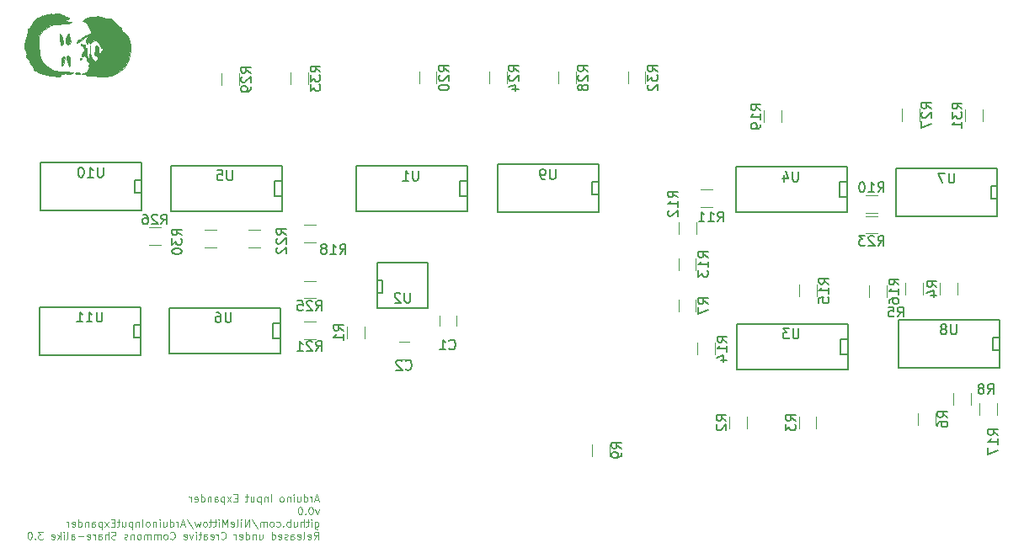
<source format=gbr>
G04 #@! TF.FileFunction,Legend,Bot*
%FSLAX46Y46*%
G04 Gerber Fmt 4.6, Leading zero omitted, Abs format (unit mm)*
G04 Created by KiCad (PCBNEW 4.0.6) date Tue Oct  9 15:10:24 2018*
%MOMM*%
%LPD*%
G01*
G04 APERTURE LIST*
%ADD10C,0.100000*%
%ADD11C,0.125000*%
%ADD12C,0.010000*%
%ADD13C,0.120000*%
%ADD14C,0.150000*%
G04 APERTURE END LIST*
D10*
D11*
X131187143Y-124020000D02*
X130830000Y-124020000D01*
X131258571Y-124234286D02*
X131008571Y-123484286D01*
X130758571Y-124234286D01*
X130508572Y-124234286D02*
X130508572Y-123734286D01*
X130508572Y-123877143D02*
X130472857Y-123805714D01*
X130437143Y-123770000D01*
X130365714Y-123734286D01*
X130294286Y-123734286D01*
X129722857Y-124234286D02*
X129722857Y-123484286D01*
X129722857Y-124198571D02*
X129794286Y-124234286D01*
X129937143Y-124234286D01*
X130008571Y-124198571D01*
X130044286Y-124162857D01*
X130080000Y-124091429D01*
X130080000Y-123877143D01*
X130044286Y-123805714D01*
X130008571Y-123770000D01*
X129937143Y-123734286D01*
X129794286Y-123734286D01*
X129722857Y-123770000D01*
X129044286Y-123734286D02*
X129044286Y-124234286D01*
X129365715Y-123734286D02*
X129365715Y-124127143D01*
X129330000Y-124198571D01*
X129258572Y-124234286D01*
X129151429Y-124234286D01*
X129080000Y-124198571D01*
X129044286Y-124162857D01*
X128687144Y-124234286D02*
X128687144Y-123734286D01*
X128687144Y-123484286D02*
X128722858Y-123520000D01*
X128687144Y-123555714D01*
X128651429Y-123520000D01*
X128687144Y-123484286D01*
X128687144Y-123555714D01*
X128330001Y-123734286D02*
X128330001Y-124234286D01*
X128330001Y-123805714D02*
X128294286Y-123770000D01*
X128222858Y-123734286D01*
X128115715Y-123734286D01*
X128044286Y-123770000D01*
X128008572Y-123841429D01*
X128008572Y-124234286D01*
X127544287Y-124234286D02*
X127615715Y-124198571D01*
X127651430Y-124162857D01*
X127687144Y-124091429D01*
X127687144Y-123877143D01*
X127651430Y-123805714D01*
X127615715Y-123770000D01*
X127544287Y-123734286D01*
X127437144Y-123734286D01*
X127365715Y-123770000D01*
X127330001Y-123805714D01*
X127294287Y-123877143D01*
X127294287Y-124091429D01*
X127330001Y-124162857D01*
X127365715Y-124198571D01*
X127437144Y-124234286D01*
X127544287Y-124234286D01*
X126401430Y-124234286D02*
X126401430Y-123484286D01*
X126044287Y-123734286D02*
X126044287Y-124234286D01*
X126044287Y-123805714D02*
X126008572Y-123770000D01*
X125937144Y-123734286D01*
X125830001Y-123734286D01*
X125758572Y-123770000D01*
X125722858Y-123841429D01*
X125722858Y-124234286D01*
X125365716Y-123734286D02*
X125365716Y-124484286D01*
X125365716Y-123770000D02*
X125294287Y-123734286D01*
X125151430Y-123734286D01*
X125080001Y-123770000D01*
X125044287Y-123805714D01*
X125008573Y-123877143D01*
X125008573Y-124091429D01*
X125044287Y-124162857D01*
X125080001Y-124198571D01*
X125151430Y-124234286D01*
X125294287Y-124234286D01*
X125365716Y-124198571D01*
X124365716Y-123734286D02*
X124365716Y-124234286D01*
X124687145Y-123734286D02*
X124687145Y-124127143D01*
X124651430Y-124198571D01*
X124580002Y-124234286D01*
X124472859Y-124234286D01*
X124401430Y-124198571D01*
X124365716Y-124162857D01*
X124115716Y-123734286D02*
X123830002Y-123734286D01*
X124008574Y-123484286D02*
X124008574Y-124127143D01*
X123972859Y-124198571D01*
X123901431Y-124234286D01*
X123830002Y-124234286D01*
X123008574Y-123841429D02*
X122758574Y-123841429D01*
X122651431Y-124234286D02*
X123008574Y-124234286D01*
X123008574Y-123484286D01*
X122651431Y-123484286D01*
X122401431Y-124234286D02*
X122008574Y-123734286D01*
X122401431Y-123734286D02*
X122008574Y-124234286D01*
X121722860Y-123734286D02*
X121722860Y-124484286D01*
X121722860Y-123770000D02*
X121651431Y-123734286D01*
X121508574Y-123734286D01*
X121437145Y-123770000D01*
X121401431Y-123805714D01*
X121365717Y-123877143D01*
X121365717Y-124091429D01*
X121401431Y-124162857D01*
X121437145Y-124198571D01*
X121508574Y-124234286D01*
X121651431Y-124234286D01*
X121722860Y-124198571D01*
X120722860Y-124234286D02*
X120722860Y-123841429D01*
X120758574Y-123770000D01*
X120830003Y-123734286D01*
X120972860Y-123734286D01*
X121044289Y-123770000D01*
X120722860Y-124198571D02*
X120794289Y-124234286D01*
X120972860Y-124234286D01*
X121044289Y-124198571D01*
X121080003Y-124127143D01*
X121080003Y-124055714D01*
X121044289Y-123984286D01*
X120972860Y-123948571D01*
X120794289Y-123948571D01*
X120722860Y-123912857D01*
X120365718Y-123734286D02*
X120365718Y-124234286D01*
X120365718Y-123805714D02*
X120330003Y-123770000D01*
X120258575Y-123734286D01*
X120151432Y-123734286D01*
X120080003Y-123770000D01*
X120044289Y-123841429D01*
X120044289Y-124234286D01*
X119365718Y-124234286D02*
X119365718Y-123484286D01*
X119365718Y-124198571D02*
X119437147Y-124234286D01*
X119580004Y-124234286D01*
X119651432Y-124198571D01*
X119687147Y-124162857D01*
X119722861Y-124091429D01*
X119722861Y-123877143D01*
X119687147Y-123805714D01*
X119651432Y-123770000D01*
X119580004Y-123734286D01*
X119437147Y-123734286D01*
X119365718Y-123770000D01*
X118722861Y-124198571D02*
X118794290Y-124234286D01*
X118937147Y-124234286D01*
X119008576Y-124198571D01*
X119044290Y-124127143D01*
X119044290Y-123841429D01*
X119008576Y-123770000D01*
X118937147Y-123734286D01*
X118794290Y-123734286D01*
X118722861Y-123770000D01*
X118687147Y-123841429D01*
X118687147Y-123912857D01*
X119044290Y-123984286D01*
X118365719Y-124234286D02*
X118365719Y-123734286D01*
X118365719Y-123877143D02*
X118330004Y-123805714D01*
X118294290Y-123770000D01*
X118222861Y-123734286D01*
X118151433Y-123734286D01*
X131222857Y-124984286D02*
X131044286Y-125484286D01*
X130865714Y-124984286D01*
X130437142Y-124734286D02*
X130365714Y-124734286D01*
X130294285Y-124770000D01*
X130258571Y-124805714D01*
X130222857Y-124877143D01*
X130187142Y-125020000D01*
X130187142Y-125198571D01*
X130222857Y-125341429D01*
X130258571Y-125412857D01*
X130294285Y-125448571D01*
X130365714Y-125484286D01*
X130437142Y-125484286D01*
X130508571Y-125448571D01*
X130544285Y-125412857D01*
X130580000Y-125341429D01*
X130615714Y-125198571D01*
X130615714Y-125020000D01*
X130580000Y-124877143D01*
X130544285Y-124805714D01*
X130508571Y-124770000D01*
X130437142Y-124734286D01*
X129865714Y-125412857D02*
X129829999Y-125448571D01*
X129865714Y-125484286D01*
X129901428Y-125448571D01*
X129865714Y-125412857D01*
X129865714Y-125484286D01*
X129365713Y-124734286D02*
X129294285Y-124734286D01*
X129222856Y-124770000D01*
X129187142Y-124805714D01*
X129151428Y-124877143D01*
X129115713Y-125020000D01*
X129115713Y-125198571D01*
X129151428Y-125341429D01*
X129187142Y-125412857D01*
X129222856Y-125448571D01*
X129294285Y-125484286D01*
X129365713Y-125484286D01*
X129437142Y-125448571D01*
X129472856Y-125412857D01*
X129508571Y-125341429D01*
X129544285Y-125198571D01*
X129544285Y-125020000D01*
X129508571Y-124877143D01*
X129472856Y-124805714D01*
X129437142Y-124770000D01*
X129365713Y-124734286D01*
X130830000Y-126234286D02*
X130830000Y-126841429D01*
X130865714Y-126912857D01*
X130901429Y-126948571D01*
X130972857Y-126984286D01*
X131080000Y-126984286D01*
X131151429Y-126948571D01*
X130830000Y-126698571D02*
X130901429Y-126734286D01*
X131044286Y-126734286D01*
X131115714Y-126698571D01*
X131151429Y-126662857D01*
X131187143Y-126591429D01*
X131187143Y-126377143D01*
X131151429Y-126305714D01*
X131115714Y-126270000D01*
X131044286Y-126234286D01*
X130901429Y-126234286D01*
X130830000Y-126270000D01*
X130472858Y-126734286D02*
X130472858Y-126234286D01*
X130472858Y-125984286D02*
X130508572Y-126020000D01*
X130472858Y-126055714D01*
X130437143Y-126020000D01*
X130472858Y-125984286D01*
X130472858Y-126055714D01*
X130222857Y-126234286D02*
X129937143Y-126234286D01*
X130115715Y-125984286D02*
X130115715Y-126627143D01*
X130080000Y-126698571D01*
X130008572Y-126734286D01*
X129937143Y-126734286D01*
X129687144Y-126734286D02*
X129687144Y-125984286D01*
X129365715Y-126734286D02*
X129365715Y-126341429D01*
X129401429Y-126270000D01*
X129472858Y-126234286D01*
X129580001Y-126234286D01*
X129651429Y-126270000D01*
X129687144Y-126305714D01*
X128687144Y-126234286D02*
X128687144Y-126734286D01*
X129008573Y-126234286D02*
X129008573Y-126627143D01*
X128972858Y-126698571D01*
X128901430Y-126734286D01*
X128794287Y-126734286D01*
X128722858Y-126698571D01*
X128687144Y-126662857D01*
X128330002Y-126734286D02*
X128330002Y-125984286D01*
X128330002Y-126270000D02*
X128258573Y-126234286D01*
X128115716Y-126234286D01*
X128044287Y-126270000D01*
X128008573Y-126305714D01*
X127972859Y-126377143D01*
X127972859Y-126591429D01*
X128008573Y-126662857D01*
X128044287Y-126698571D01*
X128115716Y-126734286D01*
X128258573Y-126734286D01*
X128330002Y-126698571D01*
X127651431Y-126662857D02*
X127615716Y-126698571D01*
X127651431Y-126734286D01*
X127687145Y-126698571D01*
X127651431Y-126662857D01*
X127651431Y-126734286D01*
X126972859Y-126698571D02*
X127044288Y-126734286D01*
X127187145Y-126734286D01*
X127258573Y-126698571D01*
X127294288Y-126662857D01*
X127330002Y-126591429D01*
X127330002Y-126377143D01*
X127294288Y-126305714D01*
X127258573Y-126270000D01*
X127187145Y-126234286D01*
X127044288Y-126234286D01*
X126972859Y-126270000D01*
X126544288Y-126734286D02*
X126615716Y-126698571D01*
X126651431Y-126662857D01*
X126687145Y-126591429D01*
X126687145Y-126377143D01*
X126651431Y-126305714D01*
X126615716Y-126270000D01*
X126544288Y-126234286D01*
X126437145Y-126234286D01*
X126365716Y-126270000D01*
X126330002Y-126305714D01*
X126294288Y-126377143D01*
X126294288Y-126591429D01*
X126330002Y-126662857D01*
X126365716Y-126698571D01*
X126437145Y-126734286D01*
X126544288Y-126734286D01*
X125972860Y-126734286D02*
X125972860Y-126234286D01*
X125972860Y-126305714D02*
X125937145Y-126270000D01*
X125865717Y-126234286D01*
X125758574Y-126234286D01*
X125687145Y-126270000D01*
X125651431Y-126341429D01*
X125651431Y-126734286D01*
X125651431Y-126341429D02*
X125615717Y-126270000D01*
X125544288Y-126234286D01*
X125437145Y-126234286D01*
X125365717Y-126270000D01*
X125330002Y-126341429D01*
X125330002Y-126734286D01*
X124437145Y-125948571D02*
X125080002Y-126912857D01*
X124187146Y-126734286D02*
X124187146Y-125984286D01*
X123758574Y-126734286D01*
X123758574Y-125984286D01*
X123401432Y-126734286D02*
X123401432Y-126234286D01*
X123401432Y-125984286D02*
X123437146Y-126020000D01*
X123401432Y-126055714D01*
X123365717Y-126020000D01*
X123401432Y-125984286D01*
X123401432Y-126055714D01*
X122937146Y-126734286D02*
X123008574Y-126698571D01*
X123044289Y-126627143D01*
X123044289Y-125984286D01*
X122365717Y-126698571D02*
X122437146Y-126734286D01*
X122580003Y-126734286D01*
X122651432Y-126698571D01*
X122687146Y-126627143D01*
X122687146Y-126341429D01*
X122651432Y-126270000D01*
X122580003Y-126234286D01*
X122437146Y-126234286D01*
X122365717Y-126270000D01*
X122330003Y-126341429D01*
X122330003Y-126412857D01*
X122687146Y-126484286D01*
X122008575Y-126734286D02*
X122008575Y-125984286D01*
X121758575Y-126520000D01*
X121508575Y-125984286D01*
X121508575Y-126734286D01*
X121151432Y-126734286D02*
X121151432Y-126234286D01*
X121151432Y-125984286D02*
X121187146Y-126020000D01*
X121151432Y-126055714D01*
X121115717Y-126020000D01*
X121151432Y-125984286D01*
X121151432Y-126055714D01*
X120901431Y-126234286D02*
X120615717Y-126234286D01*
X120794289Y-125984286D02*
X120794289Y-126627143D01*
X120758574Y-126698571D01*
X120687146Y-126734286D01*
X120615717Y-126734286D01*
X120472860Y-126234286D02*
X120187146Y-126234286D01*
X120365718Y-125984286D02*
X120365718Y-126627143D01*
X120330003Y-126698571D01*
X120258575Y-126734286D01*
X120187146Y-126734286D01*
X119830004Y-126734286D02*
X119901432Y-126698571D01*
X119937147Y-126662857D01*
X119972861Y-126591429D01*
X119972861Y-126377143D01*
X119937147Y-126305714D01*
X119901432Y-126270000D01*
X119830004Y-126234286D01*
X119722861Y-126234286D01*
X119651432Y-126270000D01*
X119615718Y-126305714D01*
X119580004Y-126377143D01*
X119580004Y-126591429D01*
X119615718Y-126662857D01*
X119651432Y-126698571D01*
X119722861Y-126734286D01*
X119830004Y-126734286D01*
X119330004Y-126234286D02*
X119187147Y-126734286D01*
X119044290Y-126377143D01*
X118901433Y-126734286D01*
X118758576Y-126234286D01*
X117937147Y-125948571D02*
X118580004Y-126912857D01*
X117722862Y-126520000D02*
X117365719Y-126520000D01*
X117794290Y-126734286D02*
X117544290Y-125984286D01*
X117294290Y-126734286D01*
X117044291Y-126734286D02*
X117044291Y-126234286D01*
X117044291Y-126377143D02*
X117008576Y-126305714D01*
X116972862Y-126270000D01*
X116901433Y-126234286D01*
X116830005Y-126234286D01*
X116258576Y-126734286D02*
X116258576Y-125984286D01*
X116258576Y-126698571D02*
X116330005Y-126734286D01*
X116472862Y-126734286D01*
X116544290Y-126698571D01*
X116580005Y-126662857D01*
X116615719Y-126591429D01*
X116615719Y-126377143D01*
X116580005Y-126305714D01*
X116544290Y-126270000D01*
X116472862Y-126234286D01*
X116330005Y-126234286D01*
X116258576Y-126270000D01*
X115580005Y-126234286D02*
X115580005Y-126734286D01*
X115901434Y-126234286D02*
X115901434Y-126627143D01*
X115865719Y-126698571D01*
X115794291Y-126734286D01*
X115687148Y-126734286D01*
X115615719Y-126698571D01*
X115580005Y-126662857D01*
X115222863Y-126734286D02*
X115222863Y-126234286D01*
X115222863Y-125984286D02*
X115258577Y-126020000D01*
X115222863Y-126055714D01*
X115187148Y-126020000D01*
X115222863Y-125984286D01*
X115222863Y-126055714D01*
X114865720Y-126234286D02*
X114865720Y-126734286D01*
X114865720Y-126305714D02*
X114830005Y-126270000D01*
X114758577Y-126234286D01*
X114651434Y-126234286D01*
X114580005Y-126270000D01*
X114544291Y-126341429D01*
X114544291Y-126734286D01*
X114080006Y-126734286D02*
X114151434Y-126698571D01*
X114187149Y-126662857D01*
X114222863Y-126591429D01*
X114222863Y-126377143D01*
X114187149Y-126305714D01*
X114151434Y-126270000D01*
X114080006Y-126234286D01*
X113972863Y-126234286D01*
X113901434Y-126270000D01*
X113865720Y-126305714D01*
X113830006Y-126377143D01*
X113830006Y-126591429D01*
X113865720Y-126662857D01*
X113901434Y-126698571D01*
X113972863Y-126734286D01*
X114080006Y-126734286D01*
X113508578Y-126734286D02*
X113508578Y-125984286D01*
X113151435Y-126234286D02*
X113151435Y-126734286D01*
X113151435Y-126305714D02*
X113115720Y-126270000D01*
X113044292Y-126234286D01*
X112937149Y-126234286D01*
X112865720Y-126270000D01*
X112830006Y-126341429D01*
X112830006Y-126734286D01*
X112472864Y-126234286D02*
X112472864Y-126984286D01*
X112472864Y-126270000D02*
X112401435Y-126234286D01*
X112258578Y-126234286D01*
X112187149Y-126270000D01*
X112151435Y-126305714D01*
X112115721Y-126377143D01*
X112115721Y-126591429D01*
X112151435Y-126662857D01*
X112187149Y-126698571D01*
X112258578Y-126734286D01*
X112401435Y-126734286D01*
X112472864Y-126698571D01*
X111472864Y-126234286D02*
X111472864Y-126734286D01*
X111794293Y-126234286D02*
X111794293Y-126627143D01*
X111758578Y-126698571D01*
X111687150Y-126734286D01*
X111580007Y-126734286D01*
X111508578Y-126698571D01*
X111472864Y-126662857D01*
X111222864Y-126234286D02*
X110937150Y-126234286D01*
X111115722Y-125984286D02*
X111115722Y-126627143D01*
X111080007Y-126698571D01*
X111008579Y-126734286D01*
X110937150Y-126734286D01*
X110687151Y-126341429D02*
X110437151Y-126341429D01*
X110330008Y-126734286D02*
X110687151Y-126734286D01*
X110687151Y-125984286D01*
X110330008Y-125984286D01*
X110080008Y-126734286D02*
X109687151Y-126234286D01*
X110080008Y-126234286D02*
X109687151Y-126734286D01*
X109401437Y-126234286D02*
X109401437Y-126984286D01*
X109401437Y-126270000D02*
X109330008Y-126234286D01*
X109187151Y-126234286D01*
X109115722Y-126270000D01*
X109080008Y-126305714D01*
X109044294Y-126377143D01*
X109044294Y-126591429D01*
X109080008Y-126662857D01*
X109115722Y-126698571D01*
X109187151Y-126734286D01*
X109330008Y-126734286D01*
X109401437Y-126698571D01*
X108401437Y-126734286D02*
X108401437Y-126341429D01*
X108437151Y-126270000D01*
X108508580Y-126234286D01*
X108651437Y-126234286D01*
X108722866Y-126270000D01*
X108401437Y-126698571D02*
X108472866Y-126734286D01*
X108651437Y-126734286D01*
X108722866Y-126698571D01*
X108758580Y-126627143D01*
X108758580Y-126555714D01*
X108722866Y-126484286D01*
X108651437Y-126448571D01*
X108472866Y-126448571D01*
X108401437Y-126412857D01*
X108044295Y-126234286D02*
X108044295Y-126734286D01*
X108044295Y-126305714D02*
X108008580Y-126270000D01*
X107937152Y-126234286D01*
X107830009Y-126234286D01*
X107758580Y-126270000D01*
X107722866Y-126341429D01*
X107722866Y-126734286D01*
X107044295Y-126734286D02*
X107044295Y-125984286D01*
X107044295Y-126698571D02*
X107115724Y-126734286D01*
X107258581Y-126734286D01*
X107330009Y-126698571D01*
X107365724Y-126662857D01*
X107401438Y-126591429D01*
X107401438Y-126377143D01*
X107365724Y-126305714D01*
X107330009Y-126270000D01*
X107258581Y-126234286D01*
X107115724Y-126234286D01*
X107044295Y-126270000D01*
X106401438Y-126698571D02*
X106472867Y-126734286D01*
X106615724Y-126734286D01*
X106687153Y-126698571D01*
X106722867Y-126627143D01*
X106722867Y-126341429D01*
X106687153Y-126270000D01*
X106615724Y-126234286D01*
X106472867Y-126234286D01*
X106401438Y-126270000D01*
X106365724Y-126341429D01*
X106365724Y-126412857D01*
X106722867Y-126484286D01*
X106044296Y-126734286D02*
X106044296Y-126234286D01*
X106044296Y-126377143D02*
X106008581Y-126305714D01*
X105972867Y-126270000D01*
X105901438Y-126234286D01*
X105830010Y-126234286D01*
X130722857Y-127984286D02*
X130972857Y-127627143D01*
X131151429Y-127984286D02*
X131151429Y-127234286D01*
X130865714Y-127234286D01*
X130794286Y-127270000D01*
X130758571Y-127305714D01*
X130722857Y-127377143D01*
X130722857Y-127484286D01*
X130758571Y-127555714D01*
X130794286Y-127591429D01*
X130865714Y-127627143D01*
X131151429Y-127627143D01*
X130115714Y-127948571D02*
X130187143Y-127984286D01*
X130330000Y-127984286D01*
X130401429Y-127948571D01*
X130437143Y-127877143D01*
X130437143Y-127591429D01*
X130401429Y-127520000D01*
X130330000Y-127484286D01*
X130187143Y-127484286D01*
X130115714Y-127520000D01*
X130080000Y-127591429D01*
X130080000Y-127662857D01*
X130437143Y-127734286D01*
X129651429Y-127984286D02*
X129722857Y-127948571D01*
X129758572Y-127877143D01*
X129758572Y-127234286D01*
X129080000Y-127948571D02*
X129151429Y-127984286D01*
X129294286Y-127984286D01*
X129365715Y-127948571D01*
X129401429Y-127877143D01*
X129401429Y-127591429D01*
X129365715Y-127520000D01*
X129294286Y-127484286D01*
X129151429Y-127484286D01*
X129080000Y-127520000D01*
X129044286Y-127591429D01*
X129044286Y-127662857D01*
X129401429Y-127734286D01*
X128401429Y-127984286D02*
X128401429Y-127591429D01*
X128437143Y-127520000D01*
X128508572Y-127484286D01*
X128651429Y-127484286D01*
X128722858Y-127520000D01*
X128401429Y-127948571D02*
X128472858Y-127984286D01*
X128651429Y-127984286D01*
X128722858Y-127948571D01*
X128758572Y-127877143D01*
X128758572Y-127805714D01*
X128722858Y-127734286D01*
X128651429Y-127698571D01*
X128472858Y-127698571D01*
X128401429Y-127662857D01*
X128080001Y-127948571D02*
X128008572Y-127984286D01*
X127865715Y-127984286D01*
X127794287Y-127948571D01*
X127758572Y-127877143D01*
X127758572Y-127841429D01*
X127794287Y-127770000D01*
X127865715Y-127734286D01*
X127972858Y-127734286D01*
X128044287Y-127698571D01*
X128080001Y-127627143D01*
X128080001Y-127591429D01*
X128044287Y-127520000D01*
X127972858Y-127484286D01*
X127865715Y-127484286D01*
X127794287Y-127520000D01*
X127151429Y-127948571D02*
X127222858Y-127984286D01*
X127365715Y-127984286D01*
X127437144Y-127948571D01*
X127472858Y-127877143D01*
X127472858Y-127591429D01*
X127437144Y-127520000D01*
X127365715Y-127484286D01*
X127222858Y-127484286D01*
X127151429Y-127520000D01*
X127115715Y-127591429D01*
X127115715Y-127662857D01*
X127472858Y-127734286D01*
X126472858Y-127984286D02*
X126472858Y-127234286D01*
X126472858Y-127948571D02*
X126544287Y-127984286D01*
X126687144Y-127984286D01*
X126758572Y-127948571D01*
X126794287Y-127912857D01*
X126830001Y-127841429D01*
X126830001Y-127627143D01*
X126794287Y-127555714D01*
X126758572Y-127520000D01*
X126687144Y-127484286D01*
X126544287Y-127484286D01*
X126472858Y-127520000D01*
X125222858Y-127484286D02*
X125222858Y-127984286D01*
X125544287Y-127484286D02*
X125544287Y-127877143D01*
X125508572Y-127948571D01*
X125437144Y-127984286D01*
X125330001Y-127984286D01*
X125258572Y-127948571D01*
X125222858Y-127912857D01*
X124865716Y-127484286D02*
X124865716Y-127984286D01*
X124865716Y-127555714D02*
X124830001Y-127520000D01*
X124758573Y-127484286D01*
X124651430Y-127484286D01*
X124580001Y-127520000D01*
X124544287Y-127591429D01*
X124544287Y-127984286D01*
X123865716Y-127984286D02*
X123865716Y-127234286D01*
X123865716Y-127948571D02*
X123937145Y-127984286D01*
X124080002Y-127984286D01*
X124151430Y-127948571D01*
X124187145Y-127912857D01*
X124222859Y-127841429D01*
X124222859Y-127627143D01*
X124187145Y-127555714D01*
X124151430Y-127520000D01*
X124080002Y-127484286D01*
X123937145Y-127484286D01*
X123865716Y-127520000D01*
X123222859Y-127948571D02*
X123294288Y-127984286D01*
X123437145Y-127984286D01*
X123508574Y-127948571D01*
X123544288Y-127877143D01*
X123544288Y-127591429D01*
X123508574Y-127520000D01*
X123437145Y-127484286D01*
X123294288Y-127484286D01*
X123222859Y-127520000D01*
X123187145Y-127591429D01*
X123187145Y-127662857D01*
X123544288Y-127734286D01*
X122865717Y-127984286D02*
X122865717Y-127484286D01*
X122865717Y-127627143D02*
X122830002Y-127555714D01*
X122794288Y-127520000D01*
X122722859Y-127484286D01*
X122651431Y-127484286D01*
X121401430Y-127912857D02*
X121437144Y-127948571D01*
X121544287Y-127984286D01*
X121615716Y-127984286D01*
X121722859Y-127948571D01*
X121794287Y-127877143D01*
X121830002Y-127805714D01*
X121865716Y-127662857D01*
X121865716Y-127555714D01*
X121830002Y-127412857D01*
X121794287Y-127341429D01*
X121722859Y-127270000D01*
X121615716Y-127234286D01*
X121544287Y-127234286D01*
X121437144Y-127270000D01*
X121401430Y-127305714D01*
X121080002Y-127984286D02*
X121080002Y-127484286D01*
X121080002Y-127627143D02*
X121044287Y-127555714D01*
X121008573Y-127520000D01*
X120937144Y-127484286D01*
X120865716Y-127484286D01*
X120330001Y-127948571D02*
X120401430Y-127984286D01*
X120544287Y-127984286D01*
X120615716Y-127948571D01*
X120651430Y-127877143D01*
X120651430Y-127591429D01*
X120615716Y-127520000D01*
X120544287Y-127484286D01*
X120401430Y-127484286D01*
X120330001Y-127520000D01*
X120294287Y-127591429D01*
X120294287Y-127662857D01*
X120651430Y-127734286D01*
X119651430Y-127984286D02*
X119651430Y-127591429D01*
X119687144Y-127520000D01*
X119758573Y-127484286D01*
X119901430Y-127484286D01*
X119972859Y-127520000D01*
X119651430Y-127948571D02*
X119722859Y-127984286D01*
X119901430Y-127984286D01*
X119972859Y-127948571D01*
X120008573Y-127877143D01*
X120008573Y-127805714D01*
X119972859Y-127734286D01*
X119901430Y-127698571D01*
X119722859Y-127698571D01*
X119651430Y-127662857D01*
X119401430Y-127484286D02*
X119115716Y-127484286D01*
X119294288Y-127234286D02*
X119294288Y-127877143D01*
X119258573Y-127948571D01*
X119187145Y-127984286D01*
X119115716Y-127984286D01*
X118865717Y-127984286D02*
X118865717Y-127484286D01*
X118865717Y-127234286D02*
X118901431Y-127270000D01*
X118865717Y-127305714D01*
X118830002Y-127270000D01*
X118865717Y-127234286D01*
X118865717Y-127305714D01*
X118580002Y-127484286D02*
X118401431Y-127984286D01*
X118222859Y-127484286D01*
X117651430Y-127948571D02*
X117722859Y-127984286D01*
X117865716Y-127984286D01*
X117937145Y-127948571D01*
X117972859Y-127877143D01*
X117972859Y-127591429D01*
X117937145Y-127520000D01*
X117865716Y-127484286D01*
X117722859Y-127484286D01*
X117651430Y-127520000D01*
X117615716Y-127591429D01*
X117615716Y-127662857D01*
X117972859Y-127734286D01*
X116294287Y-127912857D02*
X116330001Y-127948571D01*
X116437144Y-127984286D01*
X116508573Y-127984286D01*
X116615716Y-127948571D01*
X116687144Y-127877143D01*
X116722859Y-127805714D01*
X116758573Y-127662857D01*
X116758573Y-127555714D01*
X116722859Y-127412857D01*
X116687144Y-127341429D01*
X116615716Y-127270000D01*
X116508573Y-127234286D01*
X116437144Y-127234286D01*
X116330001Y-127270000D01*
X116294287Y-127305714D01*
X115865716Y-127984286D02*
X115937144Y-127948571D01*
X115972859Y-127912857D01*
X116008573Y-127841429D01*
X116008573Y-127627143D01*
X115972859Y-127555714D01*
X115937144Y-127520000D01*
X115865716Y-127484286D01*
X115758573Y-127484286D01*
X115687144Y-127520000D01*
X115651430Y-127555714D01*
X115615716Y-127627143D01*
X115615716Y-127841429D01*
X115651430Y-127912857D01*
X115687144Y-127948571D01*
X115758573Y-127984286D01*
X115865716Y-127984286D01*
X115294288Y-127984286D02*
X115294288Y-127484286D01*
X115294288Y-127555714D02*
X115258573Y-127520000D01*
X115187145Y-127484286D01*
X115080002Y-127484286D01*
X115008573Y-127520000D01*
X114972859Y-127591429D01*
X114972859Y-127984286D01*
X114972859Y-127591429D02*
X114937145Y-127520000D01*
X114865716Y-127484286D01*
X114758573Y-127484286D01*
X114687145Y-127520000D01*
X114651430Y-127591429D01*
X114651430Y-127984286D01*
X114294288Y-127984286D02*
X114294288Y-127484286D01*
X114294288Y-127555714D02*
X114258573Y-127520000D01*
X114187145Y-127484286D01*
X114080002Y-127484286D01*
X114008573Y-127520000D01*
X113972859Y-127591429D01*
X113972859Y-127984286D01*
X113972859Y-127591429D02*
X113937145Y-127520000D01*
X113865716Y-127484286D01*
X113758573Y-127484286D01*
X113687145Y-127520000D01*
X113651430Y-127591429D01*
X113651430Y-127984286D01*
X113187145Y-127984286D02*
X113258573Y-127948571D01*
X113294288Y-127912857D01*
X113330002Y-127841429D01*
X113330002Y-127627143D01*
X113294288Y-127555714D01*
X113258573Y-127520000D01*
X113187145Y-127484286D01*
X113080002Y-127484286D01*
X113008573Y-127520000D01*
X112972859Y-127555714D01*
X112937145Y-127627143D01*
X112937145Y-127841429D01*
X112972859Y-127912857D01*
X113008573Y-127948571D01*
X113080002Y-127984286D01*
X113187145Y-127984286D01*
X112615717Y-127484286D02*
X112615717Y-127984286D01*
X112615717Y-127555714D02*
X112580002Y-127520000D01*
X112508574Y-127484286D01*
X112401431Y-127484286D01*
X112330002Y-127520000D01*
X112294288Y-127591429D01*
X112294288Y-127984286D01*
X111972860Y-127948571D02*
X111901431Y-127984286D01*
X111758574Y-127984286D01*
X111687146Y-127948571D01*
X111651431Y-127877143D01*
X111651431Y-127841429D01*
X111687146Y-127770000D01*
X111758574Y-127734286D01*
X111865717Y-127734286D01*
X111937146Y-127698571D01*
X111972860Y-127627143D01*
X111972860Y-127591429D01*
X111937146Y-127520000D01*
X111865717Y-127484286D01*
X111758574Y-127484286D01*
X111687146Y-127520000D01*
X110794288Y-127948571D02*
X110687145Y-127984286D01*
X110508574Y-127984286D01*
X110437145Y-127948571D01*
X110401431Y-127912857D01*
X110365716Y-127841429D01*
X110365716Y-127770000D01*
X110401431Y-127698571D01*
X110437145Y-127662857D01*
X110508574Y-127627143D01*
X110651431Y-127591429D01*
X110722859Y-127555714D01*
X110758574Y-127520000D01*
X110794288Y-127448571D01*
X110794288Y-127377143D01*
X110758574Y-127305714D01*
X110722859Y-127270000D01*
X110651431Y-127234286D01*
X110472859Y-127234286D01*
X110365716Y-127270000D01*
X110044288Y-127984286D02*
X110044288Y-127234286D01*
X109722859Y-127984286D02*
X109722859Y-127591429D01*
X109758573Y-127520000D01*
X109830002Y-127484286D01*
X109937145Y-127484286D01*
X110008573Y-127520000D01*
X110044288Y-127555714D01*
X109044288Y-127984286D02*
X109044288Y-127591429D01*
X109080002Y-127520000D01*
X109151431Y-127484286D01*
X109294288Y-127484286D01*
X109365717Y-127520000D01*
X109044288Y-127948571D02*
X109115717Y-127984286D01*
X109294288Y-127984286D01*
X109365717Y-127948571D01*
X109401431Y-127877143D01*
X109401431Y-127805714D01*
X109365717Y-127734286D01*
X109294288Y-127698571D01*
X109115717Y-127698571D01*
X109044288Y-127662857D01*
X108687146Y-127984286D02*
X108687146Y-127484286D01*
X108687146Y-127627143D02*
X108651431Y-127555714D01*
X108615717Y-127520000D01*
X108544288Y-127484286D01*
X108472860Y-127484286D01*
X107937145Y-127948571D02*
X108008574Y-127984286D01*
X108151431Y-127984286D01*
X108222860Y-127948571D01*
X108258574Y-127877143D01*
X108258574Y-127591429D01*
X108222860Y-127520000D01*
X108151431Y-127484286D01*
X108008574Y-127484286D01*
X107937145Y-127520000D01*
X107901431Y-127591429D01*
X107901431Y-127662857D01*
X108258574Y-127734286D01*
X107580003Y-127698571D02*
X107008574Y-127698571D01*
X106330003Y-127984286D02*
X106330003Y-127591429D01*
X106365717Y-127520000D01*
X106437146Y-127484286D01*
X106580003Y-127484286D01*
X106651432Y-127520000D01*
X106330003Y-127948571D02*
X106401432Y-127984286D01*
X106580003Y-127984286D01*
X106651432Y-127948571D01*
X106687146Y-127877143D01*
X106687146Y-127805714D01*
X106651432Y-127734286D01*
X106580003Y-127698571D01*
X106401432Y-127698571D01*
X106330003Y-127662857D01*
X105865718Y-127984286D02*
X105937146Y-127948571D01*
X105972861Y-127877143D01*
X105972861Y-127234286D01*
X105580004Y-127984286D02*
X105580004Y-127484286D01*
X105580004Y-127234286D02*
X105615718Y-127270000D01*
X105580004Y-127305714D01*
X105544289Y-127270000D01*
X105580004Y-127234286D01*
X105580004Y-127305714D01*
X105222861Y-127984286D02*
X105222861Y-127234286D01*
X105151432Y-127698571D02*
X104937146Y-127984286D01*
X104937146Y-127484286D02*
X105222861Y-127770000D01*
X104330003Y-127948571D02*
X104401432Y-127984286D01*
X104544289Y-127984286D01*
X104615718Y-127948571D01*
X104651432Y-127877143D01*
X104651432Y-127591429D01*
X104615718Y-127520000D01*
X104544289Y-127484286D01*
X104401432Y-127484286D01*
X104330003Y-127520000D01*
X104294289Y-127591429D01*
X104294289Y-127662857D01*
X104651432Y-127734286D01*
X103472860Y-127234286D02*
X103008574Y-127234286D01*
X103258574Y-127520000D01*
X103151432Y-127520000D01*
X103080003Y-127555714D01*
X103044289Y-127591429D01*
X103008574Y-127662857D01*
X103008574Y-127841429D01*
X103044289Y-127912857D01*
X103080003Y-127948571D01*
X103151432Y-127984286D01*
X103365717Y-127984286D01*
X103437146Y-127948571D01*
X103472860Y-127912857D01*
X102687146Y-127912857D02*
X102651431Y-127948571D01*
X102687146Y-127984286D01*
X102722860Y-127948571D01*
X102687146Y-127912857D01*
X102687146Y-127984286D01*
X102187145Y-127234286D02*
X102115717Y-127234286D01*
X102044288Y-127270000D01*
X102008574Y-127305714D01*
X101972860Y-127377143D01*
X101937145Y-127520000D01*
X101937145Y-127698571D01*
X101972860Y-127841429D01*
X102008574Y-127912857D01*
X102044288Y-127948571D01*
X102115717Y-127984286D01*
X102187145Y-127984286D01*
X102258574Y-127948571D01*
X102294288Y-127912857D01*
X102330003Y-127841429D01*
X102365717Y-127698571D01*
X102365717Y-127520000D01*
X102330003Y-127377143D01*
X102294288Y-127305714D01*
X102258574Y-127270000D01*
X102187145Y-127234286D01*
D12*
G36*
X106857154Y-78024602D02*
X107024231Y-77989839D01*
X107028632Y-77988779D01*
X107243951Y-77888482D01*
X107477749Y-77710989D01*
X107545752Y-77643764D01*
X107728220Y-77472456D01*
X107879847Y-77371123D01*
X107922519Y-77359333D01*
X107989517Y-77383829D01*
X107932266Y-77460933D01*
X107867847Y-77605985D01*
X107834657Y-77839352D01*
X107833359Y-77905433D01*
X107840320Y-78114820D01*
X107867586Y-78178838D01*
X107931566Y-78121407D01*
X107958029Y-78087170D01*
X108055637Y-77982150D01*
X108111837Y-78014416D01*
X108130149Y-78056676D01*
X108183835Y-78126274D01*
X108277524Y-78082971D01*
X108382630Y-77985005D01*
X108606532Y-77815670D01*
X108798321Y-77799405D01*
X108890955Y-77847463D01*
X109001843Y-77964611D01*
X109130862Y-78147428D01*
X109239610Y-78334750D01*
X109289688Y-78465417D01*
X109288828Y-78481166D01*
X109339183Y-78537064D01*
X109397000Y-78544666D01*
X109502751Y-78602265D01*
X109513827Y-78724667D01*
X109430228Y-78836282D01*
X109397000Y-78852715D01*
X109289917Y-78968177D01*
X109270000Y-79061725D01*
X109234682Y-79194339D01*
X109189757Y-79222000D01*
X109140514Y-79145589D01*
X109100091Y-78949331D01*
X109083924Y-78777500D01*
X109059563Y-78514435D01*
X109013985Y-78380434D01*
X108929547Y-78335268D01*
X108889000Y-78333000D01*
X108794990Y-78352857D01*
X108739705Y-78437472D01*
X108709446Y-78624410D01*
X108694338Y-78866833D01*
X108685829Y-79157825D01*
X108701088Y-79315393D01*
X108748709Y-79374767D01*
X108818269Y-79374833D01*
X108949860Y-79415128D01*
X109004085Y-79551884D01*
X108964094Y-79723411D01*
X108927957Y-79776400D01*
X108753609Y-79904219D01*
X108587136Y-79877346D01*
X108440471Y-79710371D01*
X108325547Y-79417888D01*
X108254296Y-79014488D01*
X108248086Y-78944985D01*
X108199840Y-78333000D01*
X108184586Y-78986509D01*
X108171605Y-79318939D01*
X108147375Y-79510992D01*
X108105099Y-79591564D01*
X108042333Y-79591284D01*
X107964147Y-79505748D01*
X107924259Y-79305949D01*
X107915333Y-79043608D01*
X107906027Y-78754560D01*
X107872083Y-78600142D01*
X107804462Y-78546371D01*
X107782627Y-78544666D01*
X107691387Y-78499908D01*
X107707031Y-78364730D01*
X107725854Y-78239628D01*
X107666695Y-78245019D01*
X107526885Y-78249913D01*
X107453495Y-78209177D01*
X107330209Y-78160602D01*
X107282874Y-78201888D01*
X107296776Y-78280135D01*
X107345696Y-78290666D01*
X107469024Y-78359081D01*
X107555723Y-78481166D01*
X107622133Y-78677326D01*
X107636977Y-78849624D01*
X107598342Y-78940454D01*
X107571022Y-78942129D01*
X107499191Y-78989612D01*
X107493266Y-79010333D01*
X107429070Y-79147626D01*
X107392844Y-79197124D01*
X107340053Y-79336494D01*
X107400037Y-79419959D01*
X107527037Y-79395351D01*
X107551033Y-79377473D01*
X107668544Y-79320524D01*
X107774387Y-79401382D01*
X107797495Y-79431878D01*
X107892554Y-79623066D01*
X107915333Y-79741975D01*
X107969638Y-79906690D01*
X108021166Y-79958626D01*
X108111821Y-80075093D01*
X108136421Y-80219056D01*
X108088196Y-80315401D01*
X108054092Y-80323963D01*
X108020763Y-80355650D01*
X108072241Y-80397862D01*
X108132648Y-80516917D01*
X108082319Y-80686323D01*
X107952697Y-80864456D01*
X107775222Y-81009692D01*
X107581336Y-81080404D01*
X107555500Y-81081973D01*
X107429724Y-81120561D01*
X107407333Y-81161406D01*
X107474171Y-81206561D01*
X107564990Y-81196918D01*
X107722685Y-81220848D01*
X107773934Y-81289341D01*
X107857561Y-81376459D01*
X108040016Y-81390908D01*
X108145444Y-81379387D01*
X108399746Y-81370604D01*
X108739634Y-81391549D01*
X109039112Y-81429869D01*
X109730956Y-81467007D01*
X110375248Y-81341981D01*
X110977547Y-81053284D01*
X111302000Y-80816732D01*
X111589756Y-80572466D01*
X111774197Y-80390385D01*
X111887004Y-80230449D01*
X111959858Y-80052623D01*
X111990682Y-79946419D01*
X112084561Y-79629737D01*
X112190047Y-79313515D01*
X112200829Y-79283786D01*
X112296677Y-78816143D01*
X112273229Y-78250154D01*
X112238982Y-78036666D01*
X112092713Y-77553832D01*
X111860939Y-77189384D01*
X111654620Y-77016774D01*
X111477524Y-76869653D01*
X111388985Y-76718869D01*
X111386666Y-76696834D01*
X111316560Y-76549291D01*
X111171078Y-76441618D01*
X110976459Y-76297793D01*
X110811260Y-76089924D01*
X110811245Y-76089896D01*
X110688318Y-75918613D01*
X110579679Y-75836976D01*
X110570225Y-75835868D01*
X110455528Y-75768218D01*
X110430963Y-75724615D01*
X110322396Y-75650402D01*
X110090311Y-75601743D01*
X109979376Y-75592720D01*
X109731619Y-75567436D01*
X109562894Y-75527033D01*
X109525971Y-75503764D01*
X109416302Y-75458946D01*
X109315215Y-75461517D01*
X109122826Y-75440627D01*
X109040048Y-75396825D01*
X108898892Y-75354649D01*
X108816454Y-75401940D01*
X108653089Y-75455634D01*
X108446341Y-75446234D01*
X108232970Y-75441645D01*
X108001055Y-75530116D01*
X107826467Y-75636427D01*
X107461828Y-75877666D01*
X107687997Y-75957305D01*
X107874024Y-76074819D01*
X107967097Y-76211305D01*
X108061904Y-76419248D01*
X108125642Y-76512666D01*
X108226648Y-76692634D01*
X108284087Y-76862590D01*
X108297839Y-77023587D01*
X108213876Y-77123695D01*
X108062625Y-77193621D01*
X107801293Y-77321696D01*
X107536627Y-77486961D01*
X107518815Y-77499864D01*
X107328125Y-77626791D01*
X107191226Y-77694522D01*
X107172104Y-77698000D01*
X107063892Y-77754875D01*
X106935921Y-77873681D01*
X106834347Y-77994113D01*
X106857154Y-78024602D01*
X106857154Y-78024602D01*
G37*
X106857154Y-78024602D02*
X107024231Y-77989839D01*
X107028632Y-77988779D01*
X107243951Y-77888482D01*
X107477749Y-77710989D01*
X107545752Y-77643764D01*
X107728220Y-77472456D01*
X107879847Y-77371123D01*
X107922519Y-77359333D01*
X107989517Y-77383829D01*
X107932266Y-77460933D01*
X107867847Y-77605985D01*
X107834657Y-77839352D01*
X107833359Y-77905433D01*
X107840320Y-78114820D01*
X107867586Y-78178838D01*
X107931566Y-78121407D01*
X107958029Y-78087170D01*
X108055637Y-77982150D01*
X108111837Y-78014416D01*
X108130149Y-78056676D01*
X108183835Y-78126274D01*
X108277524Y-78082971D01*
X108382630Y-77985005D01*
X108606532Y-77815670D01*
X108798321Y-77799405D01*
X108890955Y-77847463D01*
X109001843Y-77964611D01*
X109130862Y-78147428D01*
X109239610Y-78334750D01*
X109289688Y-78465417D01*
X109288828Y-78481166D01*
X109339183Y-78537064D01*
X109397000Y-78544666D01*
X109502751Y-78602265D01*
X109513827Y-78724667D01*
X109430228Y-78836282D01*
X109397000Y-78852715D01*
X109289917Y-78968177D01*
X109270000Y-79061725D01*
X109234682Y-79194339D01*
X109189757Y-79222000D01*
X109140514Y-79145589D01*
X109100091Y-78949331D01*
X109083924Y-78777500D01*
X109059563Y-78514435D01*
X109013985Y-78380434D01*
X108929547Y-78335268D01*
X108889000Y-78333000D01*
X108794990Y-78352857D01*
X108739705Y-78437472D01*
X108709446Y-78624410D01*
X108694338Y-78866833D01*
X108685829Y-79157825D01*
X108701088Y-79315393D01*
X108748709Y-79374767D01*
X108818269Y-79374833D01*
X108949860Y-79415128D01*
X109004085Y-79551884D01*
X108964094Y-79723411D01*
X108927957Y-79776400D01*
X108753609Y-79904219D01*
X108587136Y-79877346D01*
X108440471Y-79710371D01*
X108325547Y-79417888D01*
X108254296Y-79014488D01*
X108248086Y-78944985D01*
X108199840Y-78333000D01*
X108184586Y-78986509D01*
X108171605Y-79318939D01*
X108147375Y-79510992D01*
X108105099Y-79591564D01*
X108042333Y-79591284D01*
X107964147Y-79505748D01*
X107924259Y-79305949D01*
X107915333Y-79043608D01*
X107906027Y-78754560D01*
X107872083Y-78600142D01*
X107804462Y-78546371D01*
X107782627Y-78544666D01*
X107691387Y-78499908D01*
X107707031Y-78364730D01*
X107725854Y-78239628D01*
X107666695Y-78245019D01*
X107526885Y-78249913D01*
X107453495Y-78209177D01*
X107330209Y-78160602D01*
X107282874Y-78201888D01*
X107296776Y-78280135D01*
X107345696Y-78290666D01*
X107469024Y-78359081D01*
X107555723Y-78481166D01*
X107622133Y-78677326D01*
X107636977Y-78849624D01*
X107598342Y-78940454D01*
X107571022Y-78942129D01*
X107499191Y-78989612D01*
X107493266Y-79010333D01*
X107429070Y-79147626D01*
X107392844Y-79197124D01*
X107340053Y-79336494D01*
X107400037Y-79419959D01*
X107527037Y-79395351D01*
X107551033Y-79377473D01*
X107668544Y-79320524D01*
X107774387Y-79401382D01*
X107797495Y-79431878D01*
X107892554Y-79623066D01*
X107915333Y-79741975D01*
X107969638Y-79906690D01*
X108021166Y-79958626D01*
X108111821Y-80075093D01*
X108136421Y-80219056D01*
X108088196Y-80315401D01*
X108054092Y-80323963D01*
X108020763Y-80355650D01*
X108072241Y-80397862D01*
X108132648Y-80516917D01*
X108082319Y-80686323D01*
X107952697Y-80864456D01*
X107775222Y-81009692D01*
X107581336Y-81080404D01*
X107555500Y-81081973D01*
X107429724Y-81120561D01*
X107407333Y-81161406D01*
X107474171Y-81206561D01*
X107564990Y-81196918D01*
X107722685Y-81220848D01*
X107773934Y-81289341D01*
X107857561Y-81376459D01*
X108040016Y-81390908D01*
X108145444Y-81379387D01*
X108399746Y-81370604D01*
X108739634Y-81391549D01*
X109039112Y-81429869D01*
X109730956Y-81467007D01*
X110375248Y-81341981D01*
X110977547Y-81053284D01*
X111302000Y-80816732D01*
X111589756Y-80572466D01*
X111774197Y-80390385D01*
X111887004Y-80230449D01*
X111959858Y-80052623D01*
X111990682Y-79946419D01*
X112084561Y-79629737D01*
X112190047Y-79313515D01*
X112200829Y-79283786D01*
X112296677Y-78816143D01*
X112273229Y-78250154D01*
X112238982Y-78036666D01*
X112092713Y-77553832D01*
X111860939Y-77189384D01*
X111654620Y-77016774D01*
X111477524Y-76869653D01*
X111388985Y-76718869D01*
X111386666Y-76696834D01*
X111316560Y-76549291D01*
X111171078Y-76441618D01*
X110976459Y-76297793D01*
X110811260Y-76089924D01*
X110811245Y-76089896D01*
X110688318Y-75918613D01*
X110579679Y-75836976D01*
X110570225Y-75835868D01*
X110455528Y-75768218D01*
X110430963Y-75724615D01*
X110322396Y-75650402D01*
X110090311Y-75601743D01*
X109979376Y-75592720D01*
X109731619Y-75567436D01*
X109562894Y-75527033D01*
X109525971Y-75503764D01*
X109416302Y-75458946D01*
X109315215Y-75461517D01*
X109122826Y-75440627D01*
X109040048Y-75396825D01*
X108898892Y-75354649D01*
X108816454Y-75401940D01*
X108653089Y-75455634D01*
X108446341Y-75446234D01*
X108232970Y-75441645D01*
X108001055Y-75530116D01*
X107826467Y-75636427D01*
X107461828Y-75877666D01*
X107687997Y-75957305D01*
X107874024Y-76074819D01*
X107967097Y-76211305D01*
X108061904Y-76419248D01*
X108125642Y-76512666D01*
X108226648Y-76692634D01*
X108284087Y-76862590D01*
X108297839Y-77023587D01*
X108213876Y-77123695D01*
X108062625Y-77193621D01*
X107801293Y-77321696D01*
X107536627Y-77486961D01*
X107518815Y-77499864D01*
X107328125Y-77626791D01*
X107191226Y-77694522D01*
X107172104Y-77698000D01*
X107063892Y-77754875D01*
X106935921Y-77873681D01*
X106834347Y-77994113D01*
X106857154Y-78024602D01*
G36*
X107214915Y-79717582D02*
X107275336Y-79730000D01*
X107397665Y-79702097D01*
X107360994Y-79628785D01*
X107328516Y-79606615D01*
X107219777Y-79617233D01*
X107196520Y-79643952D01*
X107214915Y-79717582D01*
X107214915Y-79717582D01*
G37*
X107214915Y-79717582D02*
X107275336Y-79730000D01*
X107397665Y-79702097D01*
X107360994Y-79628785D01*
X107328516Y-79606615D01*
X107219777Y-79617233D01*
X107196520Y-79643952D01*
X107214915Y-79717582D01*
G36*
X106704509Y-81152301D02*
X106850128Y-81217507D01*
X106850952Y-81217714D01*
X107047813Y-81232800D01*
X107165461Y-81191071D01*
X107167246Y-81114798D01*
X107011096Y-81059850D01*
X106811017Y-81047818D01*
X106700147Y-81087187D01*
X106704509Y-81152301D01*
X106704509Y-81152301D01*
G37*
X106704509Y-81152301D02*
X106850128Y-81217507D01*
X106850952Y-81217714D01*
X107047813Y-81232800D01*
X107165461Y-81191071D01*
X107167246Y-81114798D01*
X107011096Y-81059850D01*
X106811017Y-81047818D01*
X106700147Y-81087187D01*
X106704509Y-81152301D01*
G36*
X101634285Y-78580243D02*
X101744382Y-78936355D01*
X101796836Y-79028725D01*
X101865122Y-79174754D01*
X101831166Y-79222000D01*
X101785886Y-79282877D01*
X101814928Y-79429111D01*
X101897290Y-79606102D01*
X102011970Y-79759252D01*
X102050994Y-79793500D01*
X102135433Y-79876813D01*
X102124734Y-79899333D01*
X102133866Y-79957850D01*
X102228742Y-80107670D01*
X102320218Y-80229017D01*
X102473295Y-80448285D01*
X102567254Y-80632955D01*
X102581333Y-80694683D01*
X102647922Y-80821707D01*
X102839915Y-80843111D01*
X102856500Y-80840692D01*
X102918690Y-80893593D01*
X102920000Y-80909250D01*
X102997799Y-80997593D01*
X103206740Y-81097724D01*
X103510137Y-81198897D01*
X103871304Y-81290367D01*
X104253556Y-81361388D01*
X104593880Y-81399537D01*
X104937752Y-81419163D01*
X105142462Y-81418134D01*
X105237332Y-81392761D01*
X105251681Y-81339353D01*
X105244786Y-81317621D01*
X105250503Y-81229511D01*
X105373749Y-81177899D01*
X105545549Y-81154738D01*
X105771470Y-81147071D01*
X105914438Y-81168179D01*
X105933137Y-81181421D01*
X106025462Y-81196239D01*
X106203984Y-81171393D01*
X106394751Y-81122231D01*
X106523809Y-81064100D01*
X106531687Y-81057201D01*
X106472825Y-81032376D01*
X106286958Y-80999904D01*
X106042102Y-80969921D01*
X105666999Y-80938913D01*
X105277053Y-80919135D01*
X105079706Y-80915333D01*
X104825000Y-80899468D01*
X104825000Y-81254000D01*
X104867333Y-81296333D01*
X104825000Y-81338666D01*
X104782666Y-81296333D01*
X104825000Y-81254000D01*
X104825000Y-80899468D01*
X104804614Y-80898198D01*
X104567414Y-80831139D01*
X104300525Y-80690676D01*
X104139626Y-80588717D01*
X103779252Y-80342365D01*
X103531234Y-80130032D01*
X103366410Y-79906373D01*
X103255617Y-79626044D01*
X103169693Y-79243701D01*
X103130148Y-79019066D01*
X103048556Y-78396840D01*
X103032517Y-77891917D01*
X103046335Y-77716329D01*
X103093421Y-77445738D01*
X103176121Y-77239969D01*
X103327955Y-77036766D01*
X103520700Y-76835236D01*
X103894355Y-76505010D01*
X104251316Y-76301263D01*
X104650837Y-76199127D01*
X105097447Y-76173527D01*
X105454763Y-76158186D01*
X105798331Y-76118850D01*
X106010333Y-76075037D01*
X106349000Y-75977018D01*
X106054758Y-75912968D01*
X105843124Y-75879714D01*
X105709505Y-75882045D01*
X105700775Y-75885839D01*
X105609561Y-75863808D01*
X105587853Y-75836714D01*
X105612076Y-75768127D01*
X105702078Y-75750666D01*
X105945276Y-75717113D01*
X106103787Y-75631440D01*
X106137333Y-75558163D01*
X106101784Y-75509396D01*
X106083390Y-75522387D01*
X105986084Y-75515123D01*
X105819219Y-75426159D01*
X105795153Y-75409498D01*
X105596694Y-75294083D01*
X105436596Y-75242821D01*
X105430760Y-75242666D01*
X105283153Y-75194110D01*
X105248333Y-75157999D01*
X105129113Y-75096850D01*
X104924719Y-75075547D01*
X104714440Y-75093609D01*
X104577565Y-75150559D01*
X104568459Y-75162111D01*
X104470921Y-75202395D01*
X104412456Y-75166954D01*
X104257081Y-75130887D01*
X104194838Y-75155009D01*
X104031661Y-75197061D01*
X103973408Y-75186727D01*
X103893666Y-75198482D01*
X103893666Y-75496666D01*
X103936000Y-75539000D01*
X103893666Y-75581333D01*
X103851333Y-75539000D01*
X103893666Y-75496666D01*
X103893666Y-75198482D01*
X103841534Y-75206168D01*
X103811713Y-75238275D01*
X103710423Y-75292972D01*
X103676149Y-75281384D01*
X103603671Y-75297427D01*
X103597333Y-75332703D01*
X103566840Y-75389668D01*
X103480220Y-75335539D01*
X103371583Y-75287576D01*
X103313544Y-75367505D01*
X103197925Y-75474046D01*
X103092727Y-75496666D01*
X102955277Y-75548321D01*
X102955277Y-75672684D01*
X103065091Y-75688250D01*
X103066402Y-75717152D01*
X102953085Y-75737364D01*
X102904125Y-75723836D01*
X102872054Y-75686242D01*
X102955277Y-75672684D01*
X102955277Y-75548321D01*
X102929083Y-75558166D01*
X102728714Y-75709198D01*
X102544177Y-75899561D01*
X102428027Y-76079053D01*
X102411999Y-76146881D01*
X102343956Y-76278032D01*
X102290346Y-76310664D01*
X102207626Y-76414248D01*
X102214737Y-76477340D01*
X102194687Y-76573238D01*
X102061225Y-76598629D01*
X101932243Y-76611835D01*
X101956741Y-76660125D01*
X101988666Y-76681999D01*
X102061734Y-76749048D01*
X102004836Y-76765370D01*
X101934690Y-76813783D01*
X101946333Y-76851333D01*
X101956543Y-76992056D01*
X101937726Y-77034592D01*
X101885374Y-77189324D01*
X101858588Y-77364590D01*
X101806746Y-77605623D01*
X101707358Y-77862645D01*
X101706224Y-77864925D01*
X101619514Y-78196749D01*
X101634285Y-78580243D01*
X101634285Y-78580243D01*
G37*
X101634285Y-78580243D02*
X101744382Y-78936355D01*
X101796836Y-79028725D01*
X101865122Y-79174754D01*
X101831166Y-79222000D01*
X101785886Y-79282877D01*
X101814928Y-79429111D01*
X101897290Y-79606102D01*
X102011970Y-79759252D01*
X102050994Y-79793500D01*
X102135433Y-79876813D01*
X102124734Y-79899333D01*
X102133866Y-79957850D01*
X102228742Y-80107670D01*
X102320218Y-80229017D01*
X102473295Y-80448285D01*
X102567254Y-80632955D01*
X102581333Y-80694683D01*
X102647922Y-80821707D01*
X102839915Y-80843111D01*
X102856500Y-80840692D01*
X102918690Y-80893593D01*
X102920000Y-80909250D01*
X102997799Y-80997593D01*
X103206740Y-81097724D01*
X103510137Y-81198897D01*
X103871304Y-81290367D01*
X104253556Y-81361388D01*
X104593880Y-81399537D01*
X104937752Y-81419163D01*
X105142462Y-81418134D01*
X105237332Y-81392761D01*
X105251681Y-81339353D01*
X105244786Y-81317621D01*
X105250503Y-81229511D01*
X105373749Y-81177899D01*
X105545549Y-81154738D01*
X105771470Y-81147071D01*
X105914438Y-81168179D01*
X105933137Y-81181421D01*
X106025462Y-81196239D01*
X106203984Y-81171393D01*
X106394751Y-81122231D01*
X106523809Y-81064100D01*
X106531687Y-81057201D01*
X106472825Y-81032376D01*
X106286958Y-80999904D01*
X106042102Y-80969921D01*
X105666999Y-80938913D01*
X105277053Y-80919135D01*
X105079706Y-80915333D01*
X104825000Y-80899468D01*
X104825000Y-81254000D01*
X104867333Y-81296333D01*
X104825000Y-81338666D01*
X104782666Y-81296333D01*
X104825000Y-81254000D01*
X104825000Y-80899468D01*
X104804614Y-80898198D01*
X104567414Y-80831139D01*
X104300525Y-80690676D01*
X104139626Y-80588717D01*
X103779252Y-80342365D01*
X103531234Y-80130032D01*
X103366410Y-79906373D01*
X103255617Y-79626044D01*
X103169693Y-79243701D01*
X103130148Y-79019066D01*
X103048556Y-78396840D01*
X103032517Y-77891917D01*
X103046335Y-77716329D01*
X103093421Y-77445738D01*
X103176121Y-77239969D01*
X103327955Y-77036766D01*
X103520700Y-76835236D01*
X103894355Y-76505010D01*
X104251316Y-76301263D01*
X104650837Y-76199127D01*
X105097447Y-76173527D01*
X105454763Y-76158186D01*
X105798331Y-76118850D01*
X106010333Y-76075037D01*
X106349000Y-75977018D01*
X106054758Y-75912968D01*
X105843124Y-75879714D01*
X105709505Y-75882045D01*
X105700775Y-75885839D01*
X105609561Y-75863808D01*
X105587853Y-75836714D01*
X105612076Y-75768127D01*
X105702078Y-75750666D01*
X105945276Y-75717113D01*
X106103787Y-75631440D01*
X106137333Y-75558163D01*
X106101784Y-75509396D01*
X106083390Y-75522387D01*
X105986084Y-75515123D01*
X105819219Y-75426159D01*
X105795153Y-75409498D01*
X105596694Y-75294083D01*
X105436596Y-75242821D01*
X105430760Y-75242666D01*
X105283153Y-75194110D01*
X105248333Y-75157999D01*
X105129113Y-75096850D01*
X104924719Y-75075547D01*
X104714440Y-75093609D01*
X104577565Y-75150559D01*
X104568459Y-75162111D01*
X104470921Y-75202395D01*
X104412456Y-75166954D01*
X104257081Y-75130887D01*
X104194838Y-75155009D01*
X104031661Y-75197061D01*
X103973408Y-75186727D01*
X103893666Y-75198482D01*
X103893666Y-75496666D01*
X103936000Y-75539000D01*
X103893666Y-75581333D01*
X103851333Y-75539000D01*
X103893666Y-75496666D01*
X103893666Y-75198482D01*
X103841534Y-75206168D01*
X103811713Y-75238275D01*
X103710423Y-75292972D01*
X103676149Y-75281384D01*
X103603671Y-75297427D01*
X103597333Y-75332703D01*
X103566840Y-75389668D01*
X103480220Y-75335539D01*
X103371583Y-75287576D01*
X103313544Y-75367505D01*
X103197925Y-75474046D01*
X103092727Y-75496666D01*
X102955277Y-75548321D01*
X102955277Y-75672684D01*
X103065091Y-75688250D01*
X103066402Y-75717152D01*
X102953085Y-75737364D01*
X102904125Y-75723836D01*
X102872054Y-75686242D01*
X102955277Y-75672684D01*
X102955277Y-75548321D01*
X102929083Y-75558166D01*
X102728714Y-75709198D01*
X102544177Y-75899561D01*
X102428027Y-76079053D01*
X102411999Y-76146881D01*
X102343956Y-76278032D01*
X102290346Y-76310664D01*
X102207626Y-76414248D01*
X102214737Y-76477340D01*
X102194687Y-76573238D01*
X102061225Y-76598629D01*
X101932243Y-76611835D01*
X101956741Y-76660125D01*
X101988666Y-76681999D01*
X102061734Y-76749048D01*
X102004836Y-76765370D01*
X101934690Y-76813783D01*
X101946333Y-76851333D01*
X101956543Y-76992056D01*
X101937726Y-77034592D01*
X101885374Y-77189324D01*
X101858588Y-77364590D01*
X101806746Y-77605623D01*
X101707358Y-77862645D01*
X101706224Y-77864925D01*
X101619514Y-78196749D01*
X101634285Y-78580243D01*
G36*
X105887664Y-78185527D02*
X105974891Y-78206000D01*
X106148148Y-78135313D01*
X106231592Y-77935777D01*
X106218341Y-77626178D01*
X106207501Y-77571000D01*
X106133963Y-77259762D01*
X106073482Y-77109073D01*
X106013373Y-77112119D01*
X106010333Y-77118413D01*
X106010333Y-77359333D01*
X106052666Y-77401666D01*
X106010333Y-77444000D01*
X105968000Y-77401666D01*
X106010333Y-77359333D01*
X106010333Y-77118413D01*
X105940947Y-77262084D01*
X105892279Y-77401666D01*
X105797367Y-77778638D01*
X105796254Y-78044065D01*
X105887664Y-78185527D01*
X105887664Y-78185527D01*
G37*
X105887664Y-78185527D02*
X105974891Y-78206000D01*
X106148148Y-78135313D01*
X106231592Y-77935777D01*
X106218341Y-77626178D01*
X106207501Y-77571000D01*
X106133963Y-77259762D01*
X106073482Y-77109073D01*
X106013373Y-77112119D01*
X106010333Y-77118413D01*
X106010333Y-77359333D01*
X106052666Y-77401666D01*
X106010333Y-77444000D01*
X105968000Y-77401666D01*
X106010333Y-77359333D01*
X106010333Y-77118413D01*
X105940947Y-77262084D01*
X105892279Y-77401666D01*
X105797367Y-77778638D01*
X105796254Y-78044065D01*
X105887664Y-78185527D01*
G36*
X105848228Y-79625917D02*
X105849761Y-79644283D01*
X105898415Y-79955042D01*
X105978717Y-80213327D01*
X106074147Y-80374980D01*
X106135237Y-80407333D01*
X106183008Y-80329718D01*
X106214048Y-80124546D01*
X106222000Y-79909203D01*
X106215835Y-79628098D01*
X106186639Y-79472984D01*
X106118363Y-79400660D01*
X106095000Y-79393898D01*
X106095000Y-79645333D01*
X106137333Y-79687666D01*
X106095000Y-79730000D01*
X106052666Y-79687666D01*
X106095000Y-79645333D01*
X106095000Y-79393898D01*
X106022765Y-79372987D01*
X105892991Y-79363973D01*
X105843916Y-79434007D01*
X105848228Y-79625917D01*
X105848228Y-79625917D01*
G37*
X105848228Y-79625917D02*
X105849761Y-79644283D01*
X105898415Y-79955042D01*
X105978717Y-80213327D01*
X106074147Y-80374980D01*
X106135237Y-80407333D01*
X106183008Y-80329718D01*
X106214048Y-80124546D01*
X106222000Y-79909203D01*
X106215835Y-79628098D01*
X106186639Y-79472984D01*
X106118363Y-79400660D01*
X106095000Y-79393898D01*
X106095000Y-79645333D01*
X106137333Y-79687666D01*
X106095000Y-79730000D01*
X106052666Y-79687666D01*
X106095000Y-79645333D01*
X106095000Y-79393898D01*
X106022765Y-79372987D01*
X105892991Y-79363973D01*
X105843916Y-79434007D01*
X105848228Y-79625917D01*
G36*
X105331105Y-80225147D02*
X105383664Y-80331835D01*
X105417666Y-80336581D01*
X105487732Y-80242690D01*
X105556915Y-80045830D01*
X105612177Y-79806601D01*
X105640477Y-79585600D01*
X105628776Y-79443427D01*
X105613994Y-79424186D01*
X105493986Y-79431649D01*
X105409880Y-79482461D01*
X105345833Y-79605629D01*
X105311689Y-79807097D01*
X105306946Y-80031919D01*
X105331105Y-80225147D01*
X105331105Y-80225147D01*
G37*
X105331105Y-80225147D02*
X105383664Y-80331835D01*
X105417666Y-80336581D01*
X105487732Y-80242690D01*
X105556915Y-80045830D01*
X105612177Y-79806601D01*
X105640477Y-79585600D01*
X105628776Y-79443427D01*
X105613994Y-79424186D01*
X105493986Y-79431649D01*
X105409880Y-79482461D01*
X105345833Y-79605629D01*
X105311689Y-79807097D01*
X105306946Y-80031919D01*
X105331105Y-80225147D01*
G36*
X105150850Y-77770192D02*
X105189549Y-77923465D01*
X105219123Y-77952000D01*
X105267277Y-78000832D01*
X105258916Y-78019542D01*
X105262421Y-78139686D01*
X105296253Y-78210042D01*
X105373609Y-78289551D01*
X105451086Y-78217473D01*
X105458703Y-78206000D01*
X105523442Y-78058089D01*
X105522700Y-77875201D01*
X105452875Y-77608608D01*
X105403926Y-77465166D01*
X105295473Y-77210144D01*
X105212222Y-77122252D01*
X105157509Y-77200705D01*
X105134670Y-77444716D01*
X105134308Y-77528666D01*
X105150850Y-77770192D01*
X105150850Y-77770192D01*
G37*
X105150850Y-77770192D02*
X105189549Y-77923465D01*
X105219123Y-77952000D01*
X105267277Y-78000832D01*
X105258916Y-78019542D01*
X105262421Y-78139686D01*
X105296253Y-78210042D01*
X105373609Y-78289551D01*
X105451086Y-78217473D01*
X105458703Y-78206000D01*
X105523442Y-78058089D01*
X105522700Y-77875201D01*
X105452875Y-77608608D01*
X105403926Y-77465166D01*
X105295473Y-77210144D01*
X105212222Y-77122252D01*
X105157509Y-77200705D01*
X105134670Y-77444716D01*
X105134308Y-77528666D01*
X105150850Y-77770192D01*
D13*
X143390000Y-106490000D02*
X143390000Y-105490000D01*
X145090000Y-105490000D02*
X145090000Y-106490000D01*
X140270000Y-109860000D02*
X139270000Y-109860000D01*
X139270000Y-108160000D02*
X140270000Y-108160000D01*
X135780000Y-107760000D02*
X135780000Y-106560000D01*
X134020000Y-106560000D02*
X134020000Y-107760000D01*
X174260000Y-116840000D02*
X174260000Y-115640000D01*
X172500000Y-115640000D02*
X172500000Y-116840000D01*
X181230000Y-116840000D02*
X181230000Y-115640000D01*
X179470000Y-115640000D02*
X179470000Y-116840000D01*
X195430000Y-103370000D02*
X195430000Y-102170000D01*
X193670000Y-102170000D02*
X193670000Y-103370000D01*
X191920000Y-103380000D02*
X191920000Y-102180000D01*
X190160000Y-102180000D02*
X190160000Y-103380000D01*
X191440000Y-115310000D02*
X191440000Y-116510000D01*
X193200000Y-116510000D02*
X193200000Y-115310000D01*
X167370000Y-103890000D02*
X167370000Y-105090000D01*
X169130000Y-105090000D02*
X169130000Y-103890000D01*
X194990000Y-113300000D02*
X194990000Y-114500000D01*
X196750000Y-114500000D02*
X196750000Y-113300000D01*
X158670000Y-118410000D02*
X158670000Y-119610000D01*
X160430000Y-119610000D02*
X160430000Y-118410000D01*
X186190000Y-95140000D02*
X187390000Y-95140000D01*
X187390000Y-93380000D02*
X186190000Y-93380000D01*
X170820000Y-92820000D02*
X169620000Y-92820000D01*
X169620000Y-94580000D02*
X170820000Y-94580000D01*
X169150000Y-97300000D02*
X169150000Y-96100000D01*
X167390000Y-96100000D02*
X167390000Y-97300000D01*
X167370000Y-99700000D02*
X167370000Y-100900000D01*
X169130000Y-100900000D02*
X169130000Y-99700000D01*
X169280000Y-108210000D02*
X169280000Y-109410000D01*
X171040000Y-109410000D02*
X171040000Y-108210000D01*
X179510000Y-102370000D02*
X179510000Y-103570000D01*
X181270000Y-103570000D02*
X181270000Y-102370000D01*
X186550000Y-102430000D02*
X186550000Y-103630000D01*
X188310000Y-103630000D02*
X188310000Y-102430000D01*
X197650000Y-114310000D02*
X197650000Y-115510000D01*
X199410000Y-115510000D02*
X199410000Y-114310000D01*
X130890000Y-96340000D02*
X129690000Y-96340000D01*
X129690000Y-98100000D02*
X130890000Y-98100000D01*
X177730000Y-86050000D02*
X177730000Y-84850000D01*
X175970000Y-84850000D02*
X175970000Y-86050000D01*
X141300000Y-80970000D02*
X141300000Y-82170000D01*
X143060000Y-82170000D02*
X143060000Y-80970000D01*
X130890000Y-106070000D02*
X129690000Y-106070000D01*
X129690000Y-107830000D02*
X130890000Y-107830000D01*
X125360000Y-96840000D02*
X124160000Y-96840000D01*
X124160000Y-98600000D02*
X125360000Y-98600000D01*
X187390000Y-95470000D02*
X186190000Y-95470000D01*
X186190000Y-97230000D02*
X187390000Y-97230000D01*
X148340000Y-80970000D02*
X148340000Y-82170000D01*
X150100000Y-82170000D02*
X150100000Y-80970000D01*
X130890000Y-101990000D02*
X129690000Y-101990000D01*
X129690000Y-103750000D02*
X130890000Y-103750000D01*
X114130000Y-98380000D02*
X115330000Y-98380000D01*
X115330000Y-96620000D02*
X114130000Y-96620000D01*
X189830000Y-84700000D02*
X189830000Y-85900000D01*
X191590000Y-85900000D02*
X191590000Y-84700000D01*
X155290000Y-80970000D02*
X155290000Y-82170000D01*
X157050000Y-82170000D02*
X157050000Y-80970000D01*
X121410000Y-81120000D02*
X121410000Y-82320000D01*
X123170000Y-82320000D02*
X123170000Y-81120000D01*
X119730000Y-98640000D02*
X120930000Y-98640000D01*
X120930000Y-96880000D02*
X119730000Y-96880000D01*
X197970000Y-85940000D02*
X197970000Y-84740000D01*
X196210000Y-84740000D02*
X196210000Y-85940000D01*
X162290000Y-80970000D02*
X162290000Y-82170000D01*
X164050000Y-82170000D02*
X164050000Y-80970000D01*
X128380000Y-81010000D02*
X128380000Y-82210000D01*
X130140000Y-82210000D02*
X130140000Y-81010000D01*
D14*
X146168000Y-91968000D02*
X145406000Y-91968000D01*
X145406000Y-91968000D02*
X145406000Y-93492000D01*
X145406000Y-93492000D02*
X146168000Y-93492000D01*
X134992000Y-90444000D02*
X134992000Y-95016000D01*
X134992000Y-95016000D02*
X146168000Y-95016000D01*
X146168000Y-95016000D02*
X146168000Y-90444000D01*
X146168000Y-90444000D02*
X134992000Y-90444000D01*
X137110000Y-104756000D02*
X142190000Y-104756000D01*
X142190000Y-104756000D02*
X142190000Y-100184000D01*
X142190000Y-100184000D02*
X137110000Y-100184000D01*
X137110000Y-100184000D02*
X137110000Y-104756000D01*
X137110000Y-103232000D02*
X137618000Y-103232000D01*
X137618000Y-103232000D02*
X137618000Y-101962000D01*
X137618000Y-101962000D02*
X137110000Y-101962000D01*
X184418000Y-107858000D02*
X183656000Y-107858000D01*
X183656000Y-107858000D02*
X183656000Y-109382000D01*
X183656000Y-109382000D02*
X184418000Y-109382000D01*
X173242000Y-106334000D02*
X173242000Y-110906000D01*
X173242000Y-110906000D02*
X184418000Y-110906000D01*
X184418000Y-110906000D02*
X184418000Y-106334000D01*
X184418000Y-106334000D02*
X173242000Y-106334000D01*
X184378000Y-92048000D02*
X183616000Y-92048000D01*
X183616000Y-92048000D02*
X183616000Y-93572000D01*
X183616000Y-93572000D02*
X184378000Y-93572000D01*
X173202000Y-90524000D02*
X173202000Y-95096000D01*
X173202000Y-95096000D02*
X184378000Y-95096000D01*
X184378000Y-95096000D02*
X184378000Y-90524000D01*
X184378000Y-90524000D02*
X173202000Y-90524000D01*
X127498000Y-91928000D02*
X126736000Y-91928000D01*
X126736000Y-91928000D02*
X126736000Y-93452000D01*
X126736000Y-93452000D02*
X127498000Y-93452000D01*
X116322000Y-90404000D02*
X116322000Y-94976000D01*
X116322000Y-94976000D02*
X127498000Y-94976000D01*
X127498000Y-94976000D02*
X127498000Y-90404000D01*
X127498000Y-90404000D02*
X116322000Y-90404000D01*
X127338000Y-106218000D02*
X126576000Y-106218000D01*
X126576000Y-106218000D02*
X126576000Y-107742000D01*
X126576000Y-107742000D02*
X127338000Y-107742000D01*
X116162000Y-104694000D02*
X116162000Y-109266000D01*
X116162000Y-109266000D02*
X127338000Y-109266000D01*
X127338000Y-109266000D02*
X127338000Y-104694000D01*
X127338000Y-104694000D02*
X116162000Y-104694000D01*
X189280000Y-90684000D02*
X189280000Y-95510000D01*
X189280000Y-95510000D02*
X199440000Y-95510000D01*
X199440000Y-95510000D02*
X199440000Y-90684000D01*
X199440000Y-90684000D02*
X189280000Y-90684000D01*
X199440000Y-92462000D02*
X198805000Y-92462000D01*
X198805000Y-92462000D02*
X198805000Y-93732000D01*
X198805000Y-93732000D02*
X199440000Y-93732000D01*
X189480000Y-105914000D02*
X189480000Y-110740000D01*
X189480000Y-110740000D02*
X199640000Y-110740000D01*
X199640000Y-110740000D02*
X199640000Y-105914000D01*
X199640000Y-105914000D02*
X189480000Y-105914000D01*
X199640000Y-107692000D02*
X199005000Y-107692000D01*
X199005000Y-107692000D02*
X199005000Y-108962000D01*
X199005000Y-108962000D02*
X199640000Y-108962000D01*
X149160000Y-90294000D02*
X149160000Y-95120000D01*
X149160000Y-95120000D02*
X159320000Y-95120000D01*
X159320000Y-95120000D02*
X159320000Y-90294000D01*
X159320000Y-90294000D02*
X149160000Y-90294000D01*
X159320000Y-92072000D02*
X158685000Y-92072000D01*
X158685000Y-92072000D02*
X158685000Y-93342000D01*
X158685000Y-93342000D02*
X159320000Y-93342000D01*
X103220000Y-90104000D02*
X103220000Y-94930000D01*
X103220000Y-94930000D02*
X113380000Y-94930000D01*
X113380000Y-94930000D02*
X113380000Y-90104000D01*
X113380000Y-90104000D02*
X103220000Y-90104000D01*
X113380000Y-91882000D02*
X112745000Y-91882000D01*
X112745000Y-91882000D02*
X112745000Y-93152000D01*
X112745000Y-93152000D02*
X113380000Y-93152000D01*
X103110000Y-104654000D02*
X103110000Y-109480000D01*
X103110000Y-109480000D02*
X113270000Y-109480000D01*
X113270000Y-109480000D02*
X113270000Y-104654000D01*
X113270000Y-104654000D02*
X103110000Y-104654000D01*
X113270000Y-106432000D02*
X112635000Y-106432000D01*
X112635000Y-106432000D02*
X112635000Y-107702000D01*
X112635000Y-107702000D02*
X113270000Y-107702000D01*
X144326666Y-108817143D02*
X144374285Y-108864762D01*
X144517142Y-108912381D01*
X144612380Y-108912381D01*
X144755238Y-108864762D01*
X144850476Y-108769524D01*
X144898095Y-108674286D01*
X144945714Y-108483810D01*
X144945714Y-108340952D01*
X144898095Y-108150476D01*
X144850476Y-108055238D01*
X144755238Y-107960000D01*
X144612380Y-107912381D01*
X144517142Y-107912381D01*
X144374285Y-107960000D01*
X144326666Y-108007619D01*
X143374285Y-108912381D02*
X143945714Y-108912381D01*
X143660000Y-108912381D02*
X143660000Y-107912381D01*
X143755238Y-108055238D01*
X143850476Y-108150476D01*
X143945714Y-108198095D01*
X139936666Y-110867143D02*
X139984285Y-110914762D01*
X140127142Y-110962381D01*
X140222380Y-110962381D01*
X140365238Y-110914762D01*
X140460476Y-110819524D01*
X140508095Y-110724286D01*
X140555714Y-110533810D01*
X140555714Y-110390952D01*
X140508095Y-110200476D01*
X140460476Y-110105238D01*
X140365238Y-110010000D01*
X140222380Y-109962381D01*
X140127142Y-109962381D01*
X139984285Y-110010000D01*
X139936666Y-110057619D01*
X139555714Y-110057619D02*
X139508095Y-110010000D01*
X139412857Y-109962381D01*
X139174761Y-109962381D01*
X139079523Y-110010000D01*
X139031904Y-110057619D01*
X138984285Y-110152857D01*
X138984285Y-110248095D01*
X139031904Y-110390952D01*
X139603333Y-110962381D01*
X138984285Y-110962381D01*
X133702381Y-106993334D02*
X133226190Y-106660000D01*
X133702381Y-106421905D02*
X132702381Y-106421905D01*
X132702381Y-106802858D01*
X132750000Y-106898096D01*
X132797619Y-106945715D01*
X132892857Y-106993334D01*
X133035714Y-106993334D01*
X133130952Y-106945715D01*
X133178571Y-106898096D01*
X133226190Y-106802858D01*
X133226190Y-106421905D01*
X133702381Y-107945715D02*
X133702381Y-107374286D01*
X133702381Y-107660000D02*
X132702381Y-107660000D01*
X132845238Y-107564762D01*
X132940476Y-107469524D01*
X132988095Y-107374286D01*
X172182381Y-116073334D02*
X171706190Y-115740000D01*
X172182381Y-115501905D02*
X171182381Y-115501905D01*
X171182381Y-115882858D01*
X171230000Y-115978096D01*
X171277619Y-116025715D01*
X171372857Y-116073334D01*
X171515714Y-116073334D01*
X171610952Y-116025715D01*
X171658571Y-115978096D01*
X171706190Y-115882858D01*
X171706190Y-115501905D01*
X171277619Y-116454286D02*
X171230000Y-116501905D01*
X171182381Y-116597143D01*
X171182381Y-116835239D01*
X171230000Y-116930477D01*
X171277619Y-116978096D01*
X171372857Y-117025715D01*
X171468095Y-117025715D01*
X171610952Y-116978096D01*
X172182381Y-116406667D01*
X172182381Y-117025715D01*
X179152381Y-116073334D02*
X178676190Y-115740000D01*
X179152381Y-115501905D02*
X178152381Y-115501905D01*
X178152381Y-115882858D01*
X178200000Y-115978096D01*
X178247619Y-116025715D01*
X178342857Y-116073334D01*
X178485714Y-116073334D01*
X178580952Y-116025715D01*
X178628571Y-115978096D01*
X178676190Y-115882858D01*
X178676190Y-115501905D01*
X178152381Y-116406667D02*
X178152381Y-117025715D01*
X178533333Y-116692381D01*
X178533333Y-116835239D01*
X178580952Y-116930477D01*
X178628571Y-116978096D01*
X178723810Y-117025715D01*
X178961905Y-117025715D01*
X179057143Y-116978096D01*
X179104762Y-116930477D01*
X179152381Y-116835239D01*
X179152381Y-116549524D01*
X179104762Y-116454286D01*
X179057143Y-116406667D01*
X193352381Y-102603334D02*
X192876190Y-102270000D01*
X193352381Y-102031905D02*
X192352381Y-102031905D01*
X192352381Y-102412858D01*
X192400000Y-102508096D01*
X192447619Y-102555715D01*
X192542857Y-102603334D01*
X192685714Y-102603334D01*
X192780952Y-102555715D01*
X192828571Y-102508096D01*
X192876190Y-102412858D01*
X192876190Y-102031905D01*
X192685714Y-103460477D02*
X193352381Y-103460477D01*
X192304762Y-103222381D02*
X193019048Y-102984286D01*
X193019048Y-103603334D01*
X189406666Y-105612381D02*
X189740000Y-105136190D01*
X189978095Y-105612381D02*
X189978095Y-104612381D01*
X189597142Y-104612381D01*
X189501904Y-104660000D01*
X189454285Y-104707619D01*
X189406666Y-104802857D01*
X189406666Y-104945714D01*
X189454285Y-105040952D01*
X189501904Y-105088571D01*
X189597142Y-105136190D01*
X189978095Y-105136190D01*
X188501904Y-104612381D02*
X188978095Y-104612381D01*
X189025714Y-105088571D01*
X188978095Y-105040952D01*
X188882857Y-104993333D01*
X188644761Y-104993333D01*
X188549523Y-105040952D01*
X188501904Y-105088571D01*
X188454285Y-105183810D01*
X188454285Y-105421905D01*
X188501904Y-105517143D01*
X188549523Y-105564762D01*
X188644761Y-105612381D01*
X188882857Y-105612381D01*
X188978095Y-105564762D01*
X189025714Y-105517143D01*
X194422381Y-115743334D02*
X193946190Y-115410000D01*
X194422381Y-115171905D02*
X193422381Y-115171905D01*
X193422381Y-115552858D01*
X193470000Y-115648096D01*
X193517619Y-115695715D01*
X193612857Y-115743334D01*
X193755714Y-115743334D01*
X193850952Y-115695715D01*
X193898571Y-115648096D01*
X193946190Y-115552858D01*
X193946190Y-115171905D01*
X193422381Y-116600477D02*
X193422381Y-116410000D01*
X193470000Y-116314762D01*
X193517619Y-116267143D01*
X193660476Y-116171905D01*
X193850952Y-116124286D01*
X194231905Y-116124286D01*
X194327143Y-116171905D01*
X194374762Y-116219524D01*
X194422381Y-116314762D01*
X194422381Y-116505239D01*
X194374762Y-116600477D01*
X194327143Y-116648096D01*
X194231905Y-116695715D01*
X193993810Y-116695715D01*
X193898571Y-116648096D01*
X193850952Y-116600477D01*
X193803333Y-116505239D01*
X193803333Y-116314762D01*
X193850952Y-116219524D01*
X193898571Y-116171905D01*
X193993810Y-116124286D01*
X170352381Y-104323334D02*
X169876190Y-103990000D01*
X170352381Y-103751905D02*
X169352381Y-103751905D01*
X169352381Y-104132858D01*
X169400000Y-104228096D01*
X169447619Y-104275715D01*
X169542857Y-104323334D01*
X169685714Y-104323334D01*
X169780952Y-104275715D01*
X169828571Y-104228096D01*
X169876190Y-104132858D01*
X169876190Y-103751905D01*
X169352381Y-104656667D02*
X169352381Y-105323334D01*
X170352381Y-104894762D01*
X198466666Y-113372381D02*
X198800000Y-112896190D01*
X199038095Y-113372381D02*
X199038095Y-112372381D01*
X198657142Y-112372381D01*
X198561904Y-112420000D01*
X198514285Y-112467619D01*
X198466666Y-112562857D01*
X198466666Y-112705714D01*
X198514285Y-112800952D01*
X198561904Y-112848571D01*
X198657142Y-112896190D01*
X199038095Y-112896190D01*
X197895238Y-112800952D02*
X197990476Y-112753333D01*
X198038095Y-112705714D01*
X198085714Y-112610476D01*
X198085714Y-112562857D01*
X198038095Y-112467619D01*
X197990476Y-112420000D01*
X197895238Y-112372381D01*
X197704761Y-112372381D01*
X197609523Y-112420000D01*
X197561904Y-112467619D01*
X197514285Y-112562857D01*
X197514285Y-112610476D01*
X197561904Y-112705714D01*
X197609523Y-112753333D01*
X197704761Y-112800952D01*
X197895238Y-112800952D01*
X197990476Y-112848571D01*
X198038095Y-112896190D01*
X198085714Y-112991429D01*
X198085714Y-113181905D01*
X198038095Y-113277143D01*
X197990476Y-113324762D01*
X197895238Y-113372381D01*
X197704761Y-113372381D01*
X197609523Y-113324762D01*
X197561904Y-113277143D01*
X197514285Y-113181905D01*
X197514285Y-112991429D01*
X197561904Y-112896190D01*
X197609523Y-112848571D01*
X197704761Y-112800952D01*
X161652381Y-118843334D02*
X161176190Y-118510000D01*
X161652381Y-118271905D02*
X160652381Y-118271905D01*
X160652381Y-118652858D01*
X160700000Y-118748096D01*
X160747619Y-118795715D01*
X160842857Y-118843334D01*
X160985714Y-118843334D01*
X161080952Y-118795715D01*
X161128571Y-118748096D01*
X161176190Y-118652858D01*
X161176190Y-118271905D01*
X161652381Y-119319524D02*
X161652381Y-119510000D01*
X161604762Y-119605239D01*
X161557143Y-119652858D01*
X161414286Y-119748096D01*
X161223810Y-119795715D01*
X160842857Y-119795715D01*
X160747619Y-119748096D01*
X160700000Y-119700477D01*
X160652381Y-119605239D01*
X160652381Y-119414762D01*
X160700000Y-119319524D01*
X160747619Y-119271905D01*
X160842857Y-119224286D01*
X161080952Y-119224286D01*
X161176190Y-119271905D01*
X161223810Y-119319524D01*
X161271429Y-119414762D01*
X161271429Y-119605239D01*
X161223810Y-119700477D01*
X161176190Y-119748096D01*
X161080952Y-119795715D01*
X187432857Y-93062381D02*
X187766191Y-92586190D01*
X188004286Y-93062381D02*
X188004286Y-92062381D01*
X187623333Y-92062381D01*
X187528095Y-92110000D01*
X187480476Y-92157619D01*
X187432857Y-92252857D01*
X187432857Y-92395714D01*
X187480476Y-92490952D01*
X187528095Y-92538571D01*
X187623333Y-92586190D01*
X188004286Y-92586190D01*
X186480476Y-93062381D02*
X187051905Y-93062381D01*
X186766191Y-93062381D02*
X186766191Y-92062381D01*
X186861429Y-92205238D01*
X186956667Y-92300476D01*
X187051905Y-92348095D01*
X185861429Y-92062381D02*
X185766190Y-92062381D01*
X185670952Y-92110000D01*
X185623333Y-92157619D01*
X185575714Y-92252857D01*
X185528095Y-92443333D01*
X185528095Y-92681429D01*
X185575714Y-92871905D01*
X185623333Y-92967143D01*
X185670952Y-93014762D01*
X185766190Y-93062381D01*
X185861429Y-93062381D01*
X185956667Y-93014762D01*
X186004286Y-92967143D01*
X186051905Y-92871905D01*
X186099524Y-92681429D01*
X186099524Y-92443333D01*
X186051905Y-92252857D01*
X186004286Y-92157619D01*
X185956667Y-92110000D01*
X185861429Y-92062381D01*
X171312857Y-96052381D02*
X171646191Y-95576190D01*
X171884286Y-96052381D02*
X171884286Y-95052381D01*
X171503333Y-95052381D01*
X171408095Y-95100000D01*
X171360476Y-95147619D01*
X171312857Y-95242857D01*
X171312857Y-95385714D01*
X171360476Y-95480952D01*
X171408095Y-95528571D01*
X171503333Y-95576190D01*
X171884286Y-95576190D01*
X170360476Y-96052381D02*
X170931905Y-96052381D01*
X170646191Y-96052381D02*
X170646191Y-95052381D01*
X170741429Y-95195238D01*
X170836667Y-95290476D01*
X170931905Y-95338095D01*
X169408095Y-96052381D02*
X169979524Y-96052381D01*
X169693810Y-96052381D02*
X169693810Y-95052381D01*
X169789048Y-95195238D01*
X169884286Y-95290476D01*
X169979524Y-95338095D01*
X167302381Y-93597143D02*
X166826190Y-93263809D01*
X167302381Y-93025714D02*
X166302381Y-93025714D01*
X166302381Y-93406667D01*
X166350000Y-93501905D01*
X166397619Y-93549524D01*
X166492857Y-93597143D01*
X166635714Y-93597143D01*
X166730952Y-93549524D01*
X166778571Y-93501905D01*
X166826190Y-93406667D01*
X166826190Y-93025714D01*
X167302381Y-94549524D02*
X167302381Y-93978095D01*
X167302381Y-94263809D02*
X166302381Y-94263809D01*
X166445238Y-94168571D01*
X166540476Y-94073333D01*
X166588095Y-93978095D01*
X166397619Y-94930476D02*
X166350000Y-94978095D01*
X166302381Y-95073333D01*
X166302381Y-95311429D01*
X166350000Y-95406667D01*
X166397619Y-95454286D01*
X166492857Y-95501905D01*
X166588095Y-95501905D01*
X166730952Y-95454286D01*
X167302381Y-94882857D01*
X167302381Y-95501905D01*
X170352381Y-99657143D02*
X169876190Y-99323809D01*
X170352381Y-99085714D02*
X169352381Y-99085714D01*
X169352381Y-99466667D01*
X169400000Y-99561905D01*
X169447619Y-99609524D01*
X169542857Y-99657143D01*
X169685714Y-99657143D01*
X169780952Y-99609524D01*
X169828571Y-99561905D01*
X169876190Y-99466667D01*
X169876190Y-99085714D01*
X170352381Y-100609524D02*
X170352381Y-100038095D01*
X170352381Y-100323809D02*
X169352381Y-100323809D01*
X169495238Y-100228571D01*
X169590476Y-100133333D01*
X169638095Y-100038095D01*
X169352381Y-100942857D02*
X169352381Y-101561905D01*
X169733333Y-101228571D01*
X169733333Y-101371429D01*
X169780952Y-101466667D01*
X169828571Y-101514286D01*
X169923810Y-101561905D01*
X170161905Y-101561905D01*
X170257143Y-101514286D01*
X170304762Y-101466667D01*
X170352381Y-101371429D01*
X170352381Y-101085714D01*
X170304762Y-100990476D01*
X170257143Y-100942857D01*
X172262381Y-108167143D02*
X171786190Y-107833809D01*
X172262381Y-107595714D02*
X171262381Y-107595714D01*
X171262381Y-107976667D01*
X171310000Y-108071905D01*
X171357619Y-108119524D01*
X171452857Y-108167143D01*
X171595714Y-108167143D01*
X171690952Y-108119524D01*
X171738571Y-108071905D01*
X171786190Y-107976667D01*
X171786190Y-107595714D01*
X172262381Y-109119524D02*
X172262381Y-108548095D01*
X172262381Y-108833809D02*
X171262381Y-108833809D01*
X171405238Y-108738571D01*
X171500476Y-108643333D01*
X171548095Y-108548095D01*
X171595714Y-109976667D02*
X172262381Y-109976667D01*
X171214762Y-109738571D02*
X171929048Y-109500476D01*
X171929048Y-110119524D01*
X182492381Y-102327143D02*
X182016190Y-101993809D01*
X182492381Y-101755714D02*
X181492381Y-101755714D01*
X181492381Y-102136667D01*
X181540000Y-102231905D01*
X181587619Y-102279524D01*
X181682857Y-102327143D01*
X181825714Y-102327143D01*
X181920952Y-102279524D01*
X181968571Y-102231905D01*
X182016190Y-102136667D01*
X182016190Y-101755714D01*
X182492381Y-103279524D02*
X182492381Y-102708095D01*
X182492381Y-102993809D02*
X181492381Y-102993809D01*
X181635238Y-102898571D01*
X181730476Y-102803333D01*
X181778095Y-102708095D01*
X181492381Y-104184286D02*
X181492381Y-103708095D01*
X181968571Y-103660476D01*
X181920952Y-103708095D01*
X181873333Y-103803333D01*
X181873333Y-104041429D01*
X181920952Y-104136667D01*
X181968571Y-104184286D01*
X182063810Y-104231905D01*
X182301905Y-104231905D01*
X182397143Y-104184286D01*
X182444762Y-104136667D01*
X182492381Y-104041429D01*
X182492381Y-103803333D01*
X182444762Y-103708095D01*
X182397143Y-103660476D01*
X189532381Y-102387143D02*
X189056190Y-102053809D01*
X189532381Y-101815714D02*
X188532381Y-101815714D01*
X188532381Y-102196667D01*
X188580000Y-102291905D01*
X188627619Y-102339524D01*
X188722857Y-102387143D01*
X188865714Y-102387143D01*
X188960952Y-102339524D01*
X189008571Y-102291905D01*
X189056190Y-102196667D01*
X189056190Y-101815714D01*
X189532381Y-103339524D02*
X189532381Y-102768095D01*
X189532381Y-103053809D02*
X188532381Y-103053809D01*
X188675238Y-102958571D01*
X188770476Y-102863333D01*
X188818095Y-102768095D01*
X188532381Y-104196667D02*
X188532381Y-104006190D01*
X188580000Y-103910952D01*
X188627619Y-103863333D01*
X188770476Y-103768095D01*
X188960952Y-103720476D01*
X189341905Y-103720476D01*
X189437143Y-103768095D01*
X189484762Y-103815714D01*
X189532381Y-103910952D01*
X189532381Y-104101429D01*
X189484762Y-104196667D01*
X189437143Y-104244286D01*
X189341905Y-104291905D01*
X189103810Y-104291905D01*
X189008571Y-104244286D01*
X188960952Y-104196667D01*
X188913333Y-104101429D01*
X188913333Y-103910952D01*
X188960952Y-103815714D01*
X189008571Y-103768095D01*
X189103810Y-103720476D01*
X199502381Y-117517143D02*
X199026190Y-117183809D01*
X199502381Y-116945714D02*
X198502381Y-116945714D01*
X198502381Y-117326667D01*
X198550000Y-117421905D01*
X198597619Y-117469524D01*
X198692857Y-117517143D01*
X198835714Y-117517143D01*
X198930952Y-117469524D01*
X198978571Y-117421905D01*
X199026190Y-117326667D01*
X199026190Y-116945714D01*
X199502381Y-118469524D02*
X199502381Y-117898095D01*
X199502381Y-118183809D02*
X198502381Y-118183809D01*
X198645238Y-118088571D01*
X198740476Y-117993333D01*
X198788095Y-117898095D01*
X198502381Y-118802857D02*
X198502381Y-119469524D01*
X199502381Y-119040952D01*
X133342857Y-99312381D02*
X133676191Y-98836190D01*
X133914286Y-99312381D02*
X133914286Y-98312381D01*
X133533333Y-98312381D01*
X133438095Y-98360000D01*
X133390476Y-98407619D01*
X133342857Y-98502857D01*
X133342857Y-98645714D01*
X133390476Y-98740952D01*
X133438095Y-98788571D01*
X133533333Y-98836190D01*
X133914286Y-98836190D01*
X132390476Y-99312381D02*
X132961905Y-99312381D01*
X132676191Y-99312381D02*
X132676191Y-98312381D01*
X132771429Y-98455238D01*
X132866667Y-98550476D01*
X132961905Y-98598095D01*
X131819048Y-98740952D02*
X131914286Y-98693333D01*
X131961905Y-98645714D01*
X132009524Y-98550476D01*
X132009524Y-98502857D01*
X131961905Y-98407619D01*
X131914286Y-98360000D01*
X131819048Y-98312381D01*
X131628571Y-98312381D01*
X131533333Y-98360000D01*
X131485714Y-98407619D01*
X131438095Y-98502857D01*
X131438095Y-98550476D01*
X131485714Y-98645714D01*
X131533333Y-98693333D01*
X131628571Y-98740952D01*
X131819048Y-98740952D01*
X131914286Y-98788571D01*
X131961905Y-98836190D01*
X132009524Y-98931429D01*
X132009524Y-99121905D01*
X131961905Y-99217143D01*
X131914286Y-99264762D01*
X131819048Y-99312381D01*
X131628571Y-99312381D01*
X131533333Y-99264762D01*
X131485714Y-99217143D01*
X131438095Y-99121905D01*
X131438095Y-98931429D01*
X131485714Y-98836190D01*
X131533333Y-98788571D01*
X131628571Y-98740952D01*
X175652381Y-84807143D02*
X175176190Y-84473809D01*
X175652381Y-84235714D02*
X174652381Y-84235714D01*
X174652381Y-84616667D01*
X174700000Y-84711905D01*
X174747619Y-84759524D01*
X174842857Y-84807143D01*
X174985714Y-84807143D01*
X175080952Y-84759524D01*
X175128571Y-84711905D01*
X175176190Y-84616667D01*
X175176190Y-84235714D01*
X175652381Y-85759524D02*
X175652381Y-85188095D01*
X175652381Y-85473809D02*
X174652381Y-85473809D01*
X174795238Y-85378571D01*
X174890476Y-85283333D01*
X174938095Y-85188095D01*
X175652381Y-86235714D02*
X175652381Y-86426190D01*
X175604762Y-86521429D01*
X175557143Y-86569048D01*
X175414286Y-86664286D01*
X175223810Y-86711905D01*
X174842857Y-86711905D01*
X174747619Y-86664286D01*
X174700000Y-86616667D01*
X174652381Y-86521429D01*
X174652381Y-86330952D01*
X174700000Y-86235714D01*
X174747619Y-86188095D01*
X174842857Y-86140476D01*
X175080952Y-86140476D01*
X175176190Y-86188095D01*
X175223810Y-86235714D01*
X175271429Y-86330952D01*
X175271429Y-86521429D01*
X175223810Y-86616667D01*
X175176190Y-86664286D01*
X175080952Y-86711905D01*
X144282381Y-80927143D02*
X143806190Y-80593809D01*
X144282381Y-80355714D02*
X143282381Y-80355714D01*
X143282381Y-80736667D01*
X143330000Y-80831905D01*
X143377619Y-80879524D01*
X143472857Y-80927143D01*
X143615714Y-80927143D01*
X143710952Y-80879524D01*
X143758571Y-80831905D01*
X143806190Y-80736667D01*
X143806190Y-80355714D01*
X143377619Y-81308095D02*
X143330000Y-81355714D01*
X143282381Y-81450952D01*
X143282381Y-81689048D01*
X143330000Y-81784286D01*
X143377619Y-81831905D01*
X143472857Y-81879524D01*
X143568095Y-81879524D01*
X143710952Y-81831905D01*
X144282381Y-81260476D01*
X144282381Y-81879524D01*
X143282381Y-82498571D02*
X143282381Y-82593810D01*
X143330000Y-82689048D01*
X143377619Y-82736667D01*
X143472857Y-82784286D01*
X143663333Y-82831905D01*
X143901429Y-82831905D01*
X144091905Y-82784286D01*
X144187143Y-82736667D01*
X144234762Y-82689048D01*
X144282381Y-82593810D01*
X144282381Y-82498571D01*
X144234762Y-82403333D01*
X144187143Y-82355714D01*
X144091905Y-82308095D01*
X143901429Y-82260476D01*
X143663333Y-82260476D01*
X143472857Y-82308095D01*
X143377619Y-82355714D01*
X143330000Y-82403333D01*
X143282381Y-82498571D01*
X130932857Y-109052381D02*
X131266191Y-108576190D01*
X131504286Y-109052381D02*
X131504286Y-108052381D01*
X131123333Y-108052381D01*
X131028095Y-108100000D01*
X130980476Y-108147619D01*
X130932857Y-108242857D01*
X130932857Y-108385714D01*
X130980476Y-108480952D01*
X131028095Y-108528571D01*
X131123333Y-108576190D01*
X131504286Y-108576190D01*
X130551905Y-108147619D02*
X130504286Y-108100000D01*
X130409048Y-108052381D01*
X130170952Y-108052381D01*
X130075714Y-108100000D01*
X130028095Y-108147619D01*
X129980476Y-108242857D01*
X129980476Y-108338095D01*
X130028095Y-108480952D01*
X130599524Y-109052381D01*
X129980476Y-109052381D01*
X129028095Y-109052381D02*
X129599524Y-109052381D01*
X129313810Y-109052381D02*
X129313810Y-108052381D01*
X129409048Y-108195238D01*
X129504286Y-108290476D01*
X129599524Y-108338095D01*
X127942381Y-97327143D02*
X127466190Y-96993809D01*
X127942381Y-96755714D02*
X126942381Y-96755714D01*
X126942381Y-97136667D01*
X126990000Y-97231905D01*
X127037619Y-97279524D01*
X127132857Y-97327143D01*
X127275714Y-97327143D01*
X127370952Y-97279524D01*
X127418571Y-97231905D01*
X127466190Y-97136667D01*
X127466190Y-96755714D01*
X127037619Y-97708095D02*
X126990000Y-97755714D01*
X126942381Y-97850952D01*
X126942381Y-98089048D01*
X126990000Y-98184286D01*
X127037619Y-98231905D01*
X127132857Y-98279524D01*
X127228095Y-98279524D01*
X127370952Y-98231905D01*
X127942381Y-97660476D01*
X127942381Y-98279524D01*
X127037619Y-98660476D02*
X126990000Y-98708095D01*
X126942381Y-98803333D01*
X126942381Y-99041429D01*
X126990000Y-99136667D01*
X127037619Y-99184286D01*
X127132857Y-99231905D01*
X127228095Y-99231905D01*
X127370952Y-99184286D01*
X127942381Y-98612857D01*
X127942381Y-99231905D01*
X187432857Y-98452381D02*
X187766191Y-97976190D01*
X188004286Y-98452381D02*
X188004286Y-97452381D01*
X187623333Y-97452381D01*
X187528095Y-97500000D01*
X187480476Y-97547619D01*
X187432857Y-97642857D01*
X187432857Y-97785714D01*
X187480476Y-97880952D01*
X187528095Y-97928571D01*
X187623333Y-97976190D01*
X188004286Y-97976190D01*
X187051905Y-97547619D02*
X187004286Y-97500000D01*
X186909048Y-97452381D01*
X186670952Y-97452381D01*
X186575714Y-97500000D01*
X186528095Y-97547619D01*
X186480476Y-97642857D01*
X186480476Y-97738095D01*
X186528095Y-97880952D01*
X187099524Y-98452381D01*
X186480476Y-98452381D01*
X186147143Y-97452381D02*
X185528095Y-97452381D01*
X185861429Y-97833333D01*
X185718571Y-97833333D01*
X185623333Y-97880952D01*
X185575714Y-97928571D01*
X185528095Y-98023810D01*
X185528095Y-98261905D01*
X185575714Y-98357143D01*
X185623333Y-98404762D01*
X185718571Y-98452381D01*
X186004286Y-98452381D01*
X186099524Y-98404762D01*
X186147143Y-98357143D01*
X151322381Y-80927143D02*
X150846190Y-80593809D01*
X151322381Y-80355714D02*
X150322381Y-80355714D01*
X150322381Y-80736667D01*
X150370000Y-80831905D01*
X150417619Y-80879524D01*
X150512857Y-80927143D01*
X150655714Y-80927143D01*
X150750952Y-80879524D01*
X150798571Y-80831905D01*
X150846190Y-80736667D01*
X150846190Y-80355714D01*
X150417619Y-81308095D02*
X150370000Y-81355714D01*
X150322381Y-81450952D01*
X150322381Y-81689048D01*
X150370000Y-81784286D01*
X150417619Y-81831905D01*
X150512857Y-81879524D01*
X150608095Y-81879524D01*
X150750952Y-81831905D01*
X151322381Y-81260476D01*
X151322381Y-81879524D01*
X150655714Y-82736667D02*
X151322381Y-82736667D01*
X150274762Y-82498571D02*
X150989048Y-82260476D01*
X150989048Y-82879524D01*
X130932857Y-104972381D02*
X131266191Y-104496190D01*
X131504286Y-104972381D02*
X131504286Y-103972381D01*
X131123333Y-103972381D01*
X131028095Y-104020000D01*
X130980476Y-104067619D01*
X130932857Y-104162857D01*
X130932857Y-104305714D01*
X130980476Y-104400952D01*
X131028095Y-104448571D01*
X131123333Y-104496190D01*
X131504286Y-104496190D01*
X130551905Y-104067619D02*
X130504286Y-104020000D01*
X130409048Y-103972381D01*
X130170952Y-103972381D01*
X130075714Y-104020000D01*
X130028095Y-104067619D01*
X129980476Y-104162857D01*
X129980476Y-104258095D01*
X130028095Y-104400952D01*
X130599524Y-104972381D01*
X129980476Y-104972381D01*
X129075714Y-103972381D02*
X129551905Y-103972381D01*
X129599524Y-104448571D01*
X129551905Y-104400952D01*
X129456667Y-104353333D01*
X129218571Y-104353333D01*
X129123333Y-104400952D01*
X129075714Y-104448571D01*
X129028095Y-104543810D01*
X129028095Y-104781905D01*
X129075714Y-104877143D01*
X129123333Y-104924762D01*
X129218571Y-104972381D01*
X129456667Y-104972381D01*
X129551905Y-104924762D01*
X129599524Y-104877143D01*
X115372857Y-96302381D02*
X115706191Y-95826190D01*
X115944286Y-96302381D02*
X115944286Y-95302381D01*
X115563333Y-95302381D01*
X115468095Y-95350000D01*
X115420476Y-95397619D01*
X115372857Y-95492857D01*
X115372857Y-95635714D01*
X115420476Y-95730952D01*
X115468095Y-95778571D01*
X115563333Y-95826190D01*
X115944286Y-95826190D01*
X114991905Y-95397619D02*
X114944286Y-95350000D01*
X114849048Y-95302381D01*
X114610952Y-95302381D01*
X114515714Y-95350000D01*
X114468095Y-95397619D01*
X114420476Y-95492857D01*
X114420476Y-95588095D01*
X114468095Y-95730952D01*
X115039524Y-96302381D01*
X114420476Y-96302381D01*
X113563333Y-95302381D02*
X113753810Y-95302381D01*
X113849048Y-95350000D01*
X113896667Y-95397619D01*
X113991905Y-95540476D01*
X114039524Y-95730952D01*
X114039524Y-96111905D01*
X113991905Y-96207143D01*
X113944286Y-96254762D01*
X113849048Y-96302381D01*
X113658571Y-96302381D01*
X113563333Y-96254762D01*
X113515714Y-96207143D01*
X113468095Y-96111905D01*
X113468095Y-95873810D01*
X113515714Y-95778571D01*
X113563333Y-95730952D01*
X113658571Y-95683333D01*
X113849048Y-95683333D01*
X113944286Y-95730952D01*
X113991905Y-95778571D01*
X114039524Y-95873810D01*
X192812381Y-84657143D02*
X192336190Y-84323809D01*
X192812381Y-84085714D02*
X191812381Y-84085714D01*
X191812381Y-84466667D01*
X191860000Y-84561905D01*
X191907619Y-84609524D01*
X192002857Y-84657143D01*
X192145714Y-84657143D01*
X192240952Y-84609524D01*
X192288571Y-84561905D01*
X192336190Y-84466667D01*
X192336190Y-84085714D01*
X191907619Y-85038095D02*
X191860000Y-85085714D01*
X191812381Y-85180952D01*
X191812381Y-85419048D01*
X191860000Y-85514286D01*
X191907619Y-85561905D01*
X192002857Y-85609524D01*
X192098095Y-85609524D01*
X192240952Y-85561905D01*
X192812381Y-84990476D01*
X192812381Y-85609524D01*
X191812381Y-85942857D02*
X191812381Y-86609524D01*
X192812381Y-86180952D01*
X158272381Y-80927143D02*
X157796190Y-80593809D01*
X158272381Y-80355714D02*
X157272381Y-80355714D01*
X157272381Y-80736667D01*
X157320000Y-80831905D01*
X157367619Y-80879524D01*
X157462857Y-80927143D01*
X157605714Y-80927143D01*
X157700952Y-80879524D01*
X157748571Y-80831905D01*
X157796190Y-80736667D01*
X157796190Y-80355714D01*
X157367619Y-81308095D02*
X157320000Y-81355714D01*
X157272381Y-81450952D01*
X157272381Y-81689048D01*
X157320000Y-81784286D01*
X157367619Y-81831905D01*
X157462857Y-81879524D01*
X157558095Y-81879524D01*
X157700952Y-81831905D01*
X158272381Y-81260476D01*
X158272381Y-81879524D01*
X157700952Y-82450952D02*
X157653333Y-82355714D01*
X157605714Y-82308095D01*
X157510476Y-82260476D01*
X157462857Y-82260476D01*
X157367619Y-82308095D01*
X157320000Y-82355714D01*
X157272381Y-82450952D01*
X157272381Y-82641429D01*
X157320000Y-82736667D01*
X157367619Y-82784286D01*
X157462857Y-82831905D01*
X157510476Y-82831905D01*
X157605714Y-82784286D01*
X157653333Y-82736667D01*
X157700952Y-82641429D01*
X157700952Y-82450952D01*
X157748571Y-82355714D01*
X157796190Y-82308095D01*
X157891429Y-82260476D01*
X158081905Y-82260476D01*
X158177143Y-82308095D01*
X158224762Y-82355714D01*
X158272381Y-82450952D01*
X158272381Y-82641429D01*
X158224762Y-82736667D01*
X158177143Y-82784286D01*
X158081905Y-82831905D01*
X157891429Y-82831905D01*
X157796190Y-82784286D01*
X157748571Y-82736667D01*
X157700952Y-82641429D01*
X124392381Y-81077143D02*
X123916190Y-80743809D01*
X124392381Y-80505714D02*
X123392381Y-80505714D01*
X123392381Y-80886667D01*
X123440000Y-80981905D01*
X123487619Y-81029524D01*
X123582857Y-81077143D01*
X123725714Y-81077143D01*
X123820952Y-81029524D01*
X123868571Y-80981905D01*
X123916190Y-80886667D01*
X123916190Y-80505714D01*
X123487619Y-81458095D02*
X123440000Y-81505714D01*
X123392381Y-81600952D01*
X123392381Y-81839048D01*
X123440000Y-81934286D01*
X123487619Y-81981905D01*
X123582857Y-82029524D01*
X123678095Y-82029524D01*
X123820952Y-81981905D01*
X124392381Y-81410476D01*
X124392381Y-82029524D01*
X124392381Y-82505714D02*
X124392381Y-82696190D01*
X124344762Y-82791429D01*
X124297143Y-82839048D01*
X124154286Y-82934286D01*
X123963810Y-82981905D01*
X123582857Y-82981905D01*
X123487619Y-82934286D01*
X123440000Y-82886667D01*
X123392381Y-82791429D01*
X123392381Y-82600952D01*
X123440000Y-82505714D01*
X123487619Y-82458095D01*
X123582857Y-82410476D01*
X123820952Y-82410476D01*
X123916190Y-82458095D01*
X123963810Y-82505714D01*
X124011429Y-82600952D01*
X124011429Y-82791429D01*
X123963810Y-82886667D01*
X123916190Y-82934286D01*
X123820952Y-82981905D01*
X117452381Y-97407143D02*
X116976190Y-97073809D01*
X117452381Y-96835714D02*
X116452381Y-96835714D01*
X116452381Y-97216667D01*
X116500000Y-97311905D01*
X116547619Y-97359524D01*
X116642857Y-97407143D01*
X116785714Y-97407143D01*
X116880952Y-97359524D01*
X116928571Y-97311905D01*
X116976190Y-97216667D01*
X116976190Y-96835714D01*
X116452381Y-97740476D02*
X116452381Y-98359524D01*
X116833333Y-98026190D01*
X116833333Y-98169048D01*
X116880952Y-98264286D01*
X116928571Y-98311905D01*
X117023810Y-98359524D01*
X117261905Y-98359524D01*
X117357143Y-98311905D01*
X117404762Y-98264286D01*
X117452381Y-98169048D01*
X117452381Y-97883333D01*
X117404762Y-97788095D01*
X117357143Y-97740476D01*
X116452381Y-98978571D02*
X116452381Y-99073810D01*
X116500000Y-99169048D01*
X116547619Y-99216667D01*
X116642857Y-99264286D01*
X116833333Y-99311905D01*
X117071429Y-99311905D01*
X117261905Y-99264286D01*
X117357143Y-99216667D01*
X117404762Y-99169048D01*
X117452381Y-99073810D01*
X117452381Y-98978571D01*
X117404762Y-98883333D01*
X117357143Y-98835714D01*
X117261905Y-98788095D01*
X117071429Y-98740476D01*
X116833333Y-98740476D01*
X116642857Y-98788095D01*
X116547619Y-98835714D01*
X116500000Y-98883333D01*
X116452381Y-98978571D01*
X195892381Y-84697143D02*
X195416190Y-84363809D01*
X195892381Y-84125714D02*
X194892381Y-84125714D01*
X194892381Y-84506667D01*
X194940000Y-84601905D01*
X194987619Y-84649524D01*
X195082857Y-84697143D01*
X195225714Y-84697143D01*
X195320952Y-84649524D01*
X195368571Y-84601905D01*
X195416190Y-84506667D01*
X195416190Y-84125714D01*
X194892381Y-85030476D02*
X194892381Y-85649524D01*
X195273333Y-85316190D01*
X195273333Y-85459048D01*
X195320952Y-85554286D01*
X195368571Y-85601905D01*
X195463810Y-85649524D01*
X195701905Y-85649524D01*
X195797143Y-85601905D01*
X195844762Y-85554286D01*
X195892381Y-85459048D01*
X195892381Y-85173333D01*
X195844762Y-85078095D01*
X195797143Y-85030476D01*
X195892381Y-86601905D02*
X195892381Y-86030476D01*
X195892381Y-86316190D02*
X194892381Y-86316190D01*
X195035238Y-86220952D01*
X195130476Y-86125714D01*
X195178095Y-86030476D01*
X165272381Y-80927143D02*
X164796190Y-80593809D01*
X165272381Y-80355714D02*
X164272381Y-80355714D01*
X164272381Y-80736667D01*
X164320000Y-80831905D01*
X164367619Y-80879524D01*
X164462857Y-80927143D01*
X164605714Y-80927143D01*
X164700952Y-80879524D01*
X164748571Y-80831905D01*
X164796190Y-80736667D01*
X164796190Y-80355714D01*
X164272381Y-81260476D02*
X164272381Y-81879524D01*
X164653333Y-81546190D01*
X164653333Y-81689048D01*
X164700952Y-81784286D01*
X164748571Y-81831905D01*
X164843810Y-81879524D01*
X165081905Y-81879524D01*
X165177143Y-81831905D01*
X165224762Y-81784286D01*
X165272381Y-81689048D01*
X165272381Y-81403333D01*
X165224762Y-81308095D01*
X165177143Y-81260476D01*
X164367619Y-82260476D02*
X164320000Y-82308095D01*
X164272381Y-82403333D01*
X164272381Y-82641429D01*
X164320000Y-82736667D01*
X164367619Y-82784286D01*
X164462857Y-82831905D01*
X164558095Y-82831905D01*
X164700952Y-82784286D01*
X165272381Y-82212857D01*
X165272381Y-82831905D01*
X131362381Y-80967143D02*
X130886190Y-80633809D01*
X131362381Y-80395714D02*
X130362381Y-80395714D01*
X130362381Y-80776667D01*
X130410000Y-80871905D01*
X130457619Y-80919524D01*
X130552857Y-80967143D01*
X130695714Y-80967143D01*
X130790952Y-80919524D01*
X130838571Y-80871905D01*
X130886190Y-80776667D01*
X130886190Y-80395714D01*
X130362381Y-81300476D02*
X130362381Y-81919524D01*
X130743333Y-81586190D01*
X130743333Y-81729048D01*
X130790952Y-81824286D01*
X130838571Y-81871905D01*
X130933810Y-81919524D01*
X131171905Y-81919524D01*
X131267143Y-81871905D01*
X131314762Y-81824286D01*
X131362381Y-81729048D01*
X131362381Y-81443333D01*
X131314762Y-81348095D01*
X131267143Y-81300476D01*
X130362381Y-82252857D02*
X130362381Y-82871905D01*
X130743333Y-82538571D01*
X130743333Y-82681429D01*
X130790952Y-82776667D01*
X130838571Y-82824286D01*
X130933810Y-82871905D01*
X131171905Y-82871905D01*
X131267143Y-82824286D01*
X131314762Y-82776667D01*
X131362381Y-82681429D01*
X131362381Y-82395714D01*
X131314762Y-82300476D01*
X131267143Y-82252857D01*
X141214905Y-90912381D02*
X141214905Y-91721905D01*
X141167286Y-91817143D01*
X141119667Y-91864762D01*
X141024429Y-91912381D01*
X140833952Y-91912381D01*
X140738714Y-91864762D01*
X140691095Y-91817143D01*
X140643476Y-91721905D01*
X140643476Y-90912381D01*
X139643476Y-91912381D02*
X140214905Y-91912381D01*
X139929191Y-91912381D02*
X139929191Y-90912381D01*
X140024429Y-91055238D01*
X140119667Y-91150476D01*
X140214905Y-91198095D01*
X140411905Y-103192381D02*
X140411905Y-104001905D01*
X140364286Y-104097143D01*
X140316667Y-104144762D01*
X140221429Y-104192381D01*
X140030952Y-104192381D01*
X139935714Y-104144762D01*
X139888095Y-104097143D01*
X139840476Y-104001905D01*
X139840476Y-103192381D01*
X139411905Y-103287619D02*
X139364286Y-103240000D01*
X139269048Y-103192381D01*
X139030952Y-103192381D01*
X138935714Y-103240000D01*
X138888095Y-103287619D01*
X138840476Y-103382857D01*
X138840476Y-103478095D01*
X138888095Y-103620952D01*
X139459524Y-104192381D01*
X138840476Y-104192381D01*
X179464905Y-106802381D02*
X179464905Y-107611905D01*
X179417286Y-107707143D01*
X179369667Y-107754762D01*
X179274429Y-107802381D01*
X179083952Y-107802381D01*
X178988714Y-107754762D01*
X178941095Y-107707143D01*
X178893476Y-107611905D01*
X178893476Y-106802381D01*
X178512524Y-106802381D02*
X177893476Y-106802381D01*
X178226810Y-107183333D01*
X178083952Y-107183333D01*
X177988714Y-107230952D01*
X177941095Y-107278571D01*
X177893476Y-107373810D01*
X177893476Y-107611905D01*
X177941095Y-107707143D01*
X177988714Y-107754762D01*
X178083952Y-107802381D01*
X178369667Y-107802381D01*
X178464905Y-107754762D01*
X178512524Y-107707143D01*
X179424905Y-90992381D02*
X179424905Y-91801905D01*
X179377286Y-91897143D01*
X179329667Y-91944762D01*
X179234429Y-91992381D01*
X179043952Y-91992381D01*
X178948714Y-91944762D01*
X178901095Y-91897143D01*
X178853476Y-91801905D01*
X178853476Y-90992381D01*
X177948714Y-91325714D02*
X177948714Y-91992381D01*
X178186810Y-90944762D02*
X178424905Y-91659048D01*
X177805857Y-91659048D01*
X122544905Y-90872381D02*
X122544905Y-91681905D01*
X122497286Y-91777143D01*
X122449667Y-91824762D01*
X122354429Y-91872381D01*
X122163952Y-91872381D01*
X122068714Y-91824762D01*
X122021095Y-91777143D01*
X121973476Y-91681905D01*
X121973476Y-90872381D01*
X121021095Y-90872381D02*
X121497286Y-90872381D01*
X121544905Y-91348571D01*
X121497286Y-91300952D01*
X121402048Y-91253333D01*
X121163952Y-91253333D01*
X121068714Y-91300952D01*
X121021095Y-91348571D01*
X120973476Y-91443810D01*
X120973476Y-91681905D01*
X121021095Y-91777143D01*
X121068714Y-91824762D01*
X121163952Y-91872381D01*
X121402048Y-91872381D01*
X121497286Y-91824762D01*
X121544905Y-91777143D01*
X122384905Y-105162381D02*
X122384905Y-105971905D01*
X122337286Y-106067143D01*
X122289667Y-106114762D01*
X122194429Y-106162381D01*
X122003952Y-106162381D01*
X121908714Y-106114762D01*
X121861095Y-106067143D01*
X121813476Y-105971905D01*
X121813476Y-105162381D01*
X120908714Y-105162381D02*
X121099191Y-105162381D01*
X121194429Y-105210000D01*
X121242048Y-105257619D01*
X121337286Y-105400476D01*
X121384905Y-105590952D01*
X121384905Y-105971905D01*
X121337286Y-106067143D01*
X121289667Y-106114762D01*
X121194429Y-106162381D01*
X121003952Y-106162381D01*
X120908714Y-106114762D01*
X120861095Y-106067143D01*
X120813476Y-105971905D01*
X120813476Y-105733810D01*
X120861095Y-105638571D01*
X120908714Y-105590952D01*
X121003952Y-105543333D01*
X121194429Y-105543333D01*
X121289667Y-105590952D01*
X121337286Y-105638571D01*
X121384905Y-105733810D01*
X195121905Y-91152381D02*
X195121905Y-91961905D01*
X195074286Y-92057143D01*
X195026667Y-92104762D01*
X194931429Y-92152381D01*
X194740952Y-92152381D01*
X194645714Y-92104762D01*
X194598095Y-92057143D01*
X194550476Y-91961905D01*
X194550476Y-91152381D01*
X194169524Y-91152381D02*
X193502857Y-91152381D01*
X193931429Y-92152381D01*
X195321905Y-106382381D02*
X195321905Y-107191905D01*
X195274286Y-107287143D01*
X195226667Y-107334762D01*
X195131429Y-107382381D01*
X194940952Y-107382381D01*
X194845714Y-107334762D01*
X194798095Y-107287143D01*
X194750476Y-107191905D01*
X194750476Y-106382381D01*
X194131429Y-106810952D02*
X194226667Y-106763333D01*
X194274286Y-106715714D01*
X194321905Y-106620476D01*
X194321905Y-106572857D01*
X194274286Y-106477619D01*
X194226667Y-106430000D01*
X194131429Y-106382381D01*
X193940952Y-106382381D01*
X193845714Y-106430000D01*
X193798095Y-106477619D01*
X193750476Y-106572857D01*
X193750476Y-106620476D01*
X193798095Y-106715714D01*
X193845714Y-106763333D01*
X193940952Y-106810952D01*
X194131429Y-106810952D01*
X194226667Y-106858571D01*
X194274286Y-106906190D01*
X194321905Y-107001429D01*
X194321905Y-107191905D01*
X194274286Y-107287143D01*
X194226667Y-107334762D01*
X194131429Y-107382381D01*
X193940952Y-107382381D01*
X193845714Y-107334762D01*
X193798095Y-107287143D01*
X193750476Y-107191905D01*
X193750476Y-107001429D01*
X193798095Y-106906190D01*
X193845714Y-106858571D01*
X193940952Y-106810952D01*
X155001905Y-90762381D02*
X155001905Y-91571905D01*
X154954286Y-91667143D01*
X154906667Y-91714762D01*
X154811429Y-91762381D01*
X154620952Y-91762381D01*
X154525714Y-91714762D01*
X154478095Y-91667143D01*
X154430476Y-91571905D01*
X154430476Y-90762381D01*
X153906667Y-91762381D02*
X153716191Y-91762381D01*
X153620952Y-91714762D01*
X153573333Y-91667143D01*
X153478095Y-91524286D01*
X153430476Y-91333810D01*
X153430476Y-90952857D01*
X153478095Y-90857619D01*
X153525714Y-90810000D01*
X153620952Y-90762381D01*
X153811429Y-90762381D01*
X153906667Y-90810000D01*
X153954286Y-90857619D01*
X154001905Y-90952857D01*
X154001905Y-91190952D01*
X153954286Y-91286190D01*
X153906667Y-91333810D01*
X153811429Y-91381429D01*
X153620952Y-91381429D01*
X153525714Y-91333810D01*
X153478095Y-91286190D01*
X153430476Y-91190952D01*
X109538095Y-90572381D02*
X109538095Y-91381905D01*
X109490476Y-91477143D01*
X109442857Y-91524762D01*
X109347619Y-91572381D01*
X109157142Y-91572381D01*
X109061904Y-91524762D01*
X109014285Y-91477143D01*
X108966666Y-91381905D01*
X108966666Y-90572381D01*
X107966666Y-91572381D02*
X108538095Y-91572381D01*
X108252381Y-91572381D02*
X108252381Y-90572381D01*
X108347619Y-90715238D01*
X108442857Y-90810476D01*
X108538095Y-90858095D01*
X107347619Y-90572381D02*
X107252380Y-90572381D01*
X107157142Y-90620000D01*
X107109523Y-90667619D01*
X107061904Y-90762857D01*
X107014285Y-90953333D01*
X107014285Y-91191429D01*
X107061904Y-91381905D01*
X107109523Y-91477143D01*
X107157142Y-91524762D01*
X107252380Y-91572381D01*
X107347619Y-91572381D01*
X107442857Y-91524762D01*
X107490476Y-91477143D01*
X107538095Y-91381905D01*
X107585714Y-91191429D01*
X107585714Y-90953333D01*
X107538095Y-90762857D01*
X107490476Y-90667619D01*
X107442857Y-90620000D01*
X107347619Y-90572381D01*
X109428095Y-105122381D02*
X109428095Y-105931905D01*
X109380476Y-106027143D01*
X109332857Y-106074762D01*
X109237619Y-106122381D01*
X109047142Y-106122381D01*
X108951904Y-106074762D01*
X108904285Y-106027143D01*
X108856666Y-105931905D01*
X108856666Y-105122381D01*
X107856666Y-106122381D02*
X108428095Y-106122381D01*
X108142381Y-106122381D02*
X108142381Y-105122381D01*
X108237619Y-105265238D01*
X108332857Y-105360476D01*
X108428095Y-105408095D01*
X106904285Y-106122381D02*
X107475714Y-106122381D01*
X107190000Y-106122381D02*
X107190000Y-105122381D01*
X107285238Y-105265238D01*
X107380476Y-105360476D01*
X107475714Y-105408095D01*
M02*

</source>
